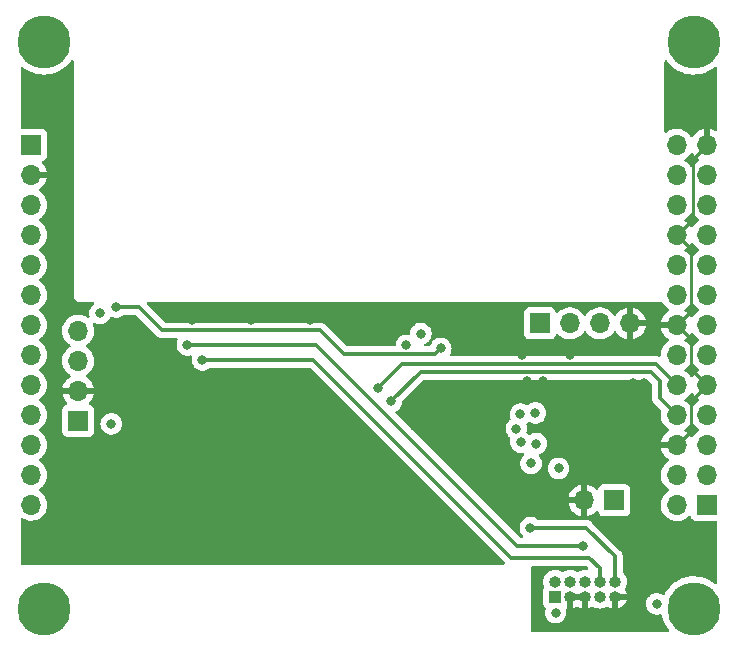
<source format=gbr>
%TF.GenerationSoftware,KiCad,Pcbnew,6.0.0-d3dd2cf0fa~116~ubuntu20.04.1*%
%TF.CreationDate,2022-01-05T21:30:44+00:00*%
%TF.ProjectId,opizero2_cc2652p,6f70697a-6572-46f3-925f-636332363532,rev?*%
%TF.SameCoordinates,Original*%
%TF.FileFunction,Copper,L4,Bot*%
%TF.FilePolarity,Positive*%
%FSLAX46Y46*%
G04 Gerber Fmt 4.6, Leading zero omitted, Abs format (unit mm)*
G04 Created by KiCad (PCBNEW 6.0.0-d3dd2cf0fa~116~ubuntu20.04.1) date 2022-01-05 21:30:44*
%MOMM*%
%LPD*%
G01*
G04 APERTURE LIST*
%TA.AperFunction,ComponentPad*%
%ADD10R,1.700000X1.700000*%
%TD*%
%TA.AperFunction,ComponentPad*%
%ADD11O,1.700000X1.700000*%
%TD*%
%TA.AperFunction,ComponentPad*%
%ADD12R,1.000000X1.000000*%
%TD*%
%TA.AperFunction,ComponentPad*%
%ADD13O,1.000000X1.000000*%
%TD*%
%TA.AperFunction,ComponentPad*%
%ADD14C,4.500000*%
%TD*%
%TA.AperFunction,ViaPad*%
%ADD15C,0.800000*%
%TD*%
%TA.AperFunction,Conductor*%
%ADD16C,0.300000*%
%TD*%
%TA.AperFunction,Conductor*%
%ADD17C,0.250000*%
%TD*%
G04 APERTURE END LIST*
D10*
%TO.P,J4,1,Pin_1*%
%TO.N,Net-(D2-Pad1)*%
X170775000Y-101300000D03*
D11*
%TO.P,J4,2,Pin_2*%
%TO.N,GND*%
X168235000Y-101300000D03*
%TD*%
D10*
%TO.P,J5,1,Pin_1*%
%TO.N,+3V3*%
X125380000Y-94570000D03*
D11*
%TO.P,J5,2,Pin_2*%
%TO.N,GND*%
X125380000Y-92030000D03*
%TO.P,J5,3,Pin_3*%
%TO.N,/SCL*%
X125380000Y-89490000D03*
%TO.P,J5,4,Pin_4*%
%TO.N,/SDA*%
X125380000Y-86950000D03*
%TD*%
D10*
%TO.P,J3,1,Pin_1*%
%TO.N,+3V3*%
X164475000Y-86325000D03*
D11*
%TO.P,J3,2,Pin_2*%
%TO.N,/UART_RX*%
X167015000Y-86325000D03*
%TO.P,J3,3,Pin_3*%
%TO.N,/UART_TX*%
X169555000Y-86325000D03*
%TO.P,J3,4,Pin_4*%
%TO.N,GND*%
X172095000Y-86325000D03*
%TD*%
D12*
%TO.P,J6,1,Pin_1*%
%TO.N,+3V3*%
X165760000Y-109465000D03*
D13*
%TO.P,J6,2,Pin_2*%
%TO.N,XDS_TMS*%
X165760000Y-108195000D03*
%TO.P,J6,3,Pin_3*%
%TO.N,GND*%
X167030000Y-109465000D03*
%TO.P,J6,4,Pin_4*%
%TO.N,XDS_TCK*%
X167030000Y-108195000D03*
%TO.P,J6,5,Pin_5*%
%TO.N,GND*%
X168300000Y-109465000D03*
%TO.P,J6,6,Pin_6*%
%TO.N,XDS_TDO*%
X168300000Y-108195000D03*
%TO.P,J6,7,Pin_7*%
%TO.N,unconnected-(J6-Pad7)*%
X169570000Y-109465000D03*
%TO.P,J6,8,Pin_8*%
%TO.N,XDS_TDI*%
X169570000Y-108195000D03*
%TO.P,J6,9,Pin_9*%
%TO.N,GND*%
X170840000Y-109465000D03*
%TO.P,J6,10,Pin_10*%
%TO.N,{slash}RESET*%
X170840000Y-108195000D03*
%TD*%
D10*
%TO.P,J2,1,Pin_1*%
%TO.N,+5VP*%
X121400000Y-71200000D03*
D11*
%TO.P,J2,2,Pin_2*%
%TO.N,GND*%
X121400000Y-73740000D03*
%TO.P,J2,3,Pin_3*%
%TO.N,/USB2_D-*%
X121400000Y-76280000D03*
%TO.P,J2,4,Pin_4*%
%TO.N,/USB2_D+*%
X121400000Y-78820000D03*
%TO.P,J2,5,Pin_5*%
%TO.N,/USB3_D-*%
X121400000Y-81360000D03*
%TO.P,J2,6,Pin_6*%
%TO.N,/USB3_D+*%
X121400000Y-83900000D03*
%TO.P,J2,7,Pin_7*%
%TO.N,/LINEOUT_R*%
X121400000Y-86440000D03*
%TO.P,J2,8,Pin_8*%
%TO.N,/LINEOUT_L*%
X121400000Y-88980000D03*
%TO.P,J2,9,Pin_9*%
%TO.N,/TV_OUT*%
X121400000Y-91520000D03*
%TO.P,J2,10,Pin_10*%
%TO.N,/PC1*%
X121400000Y-94060000D03*
%TO.P,J2,11,Pin_11*%
%TO.N,/PI16*%
X121400000Y-96600000D03*
%TO.P,J2,12,Pin_12*%
%TO.N,/PI6*%
X121400000Y-99140000D03*
%TO.P,J2,13,Pin_13*%
%TO.N,/IR_RX*%
X121400000Y-101680000D03*
%TD*%
%TO.P,J1,26,Pin_26*%
%TO.N,/PC10*%
X176060000Y-71220000D03*
%TO.P,J1,25,Pin_25*%
%TO.N,GND*%
X178600000Y-71220000D03*
%TO.P,J1,24,Pin_24*%
%TO.N,/SPI_CS*%
X176060000Y-73760000D03*
%TO.P,J1,23,Pin_23*%
%TO.N,/SPI_CLK*%
X178600000Y-73760000D03*
%TO.P,J1,22,Pin_22*%
%TO.N,/PC7*%
X176060000Y-76300000D03*
%TO.P,J1,21,Pin_21*%
%TO.N,/SPI_MISO*%
X178600000Y-76300000D03*
%TO.P,J1,20,Pin_20*%
%TO.N,GND*%
X176060000Y-78840000D03*
%TO.P,J1,19,Pin_19*%
%TO.N,/SPI_MOSI*%
X178600000Y-78840000D03*
%TO.P,J1,18,Pin_18*%
%TO.N,/PC14*%
X176060000Y-81380000D03*
%TO.P,J1,17,Pin_17*%
%TO.N,+3.3VP*%
X178600000Y-81380000D03*
%TO.P,J1,16,Pin_16*%
%TO.N,/PC15*%
X176060000Y-83920000D03*
%TO.P,J1,15,Pin_15*%
%TO.N,/PC8*%
X178600000Y-83920000D03*
%TO.P,J1,14,Pin_14*%
%TO.N,GND*%
X176060000Y-86460000D03*
%TO.P,J1,13,Pin_13*%
%TO.N,/PC5*%
X178600000Y-86460000D03*
%TO.P,J1,12,Pin_12*%
%TO.N,/PC11*%
X176060000Y-89000000D03*
%TO.P,J1,11,Pin_11*%
%TO.N,/PC6*%
X178600000Y-89000000D03*
%TO.P,J1,10,Pin_10*%
%TO.N,/UART_RX*%
X176060000Y-91540000D03*
%TO.P,J1,9,Pin_9*%
%TO.N,GND*%
X178600000Y-91540000D03*
%TO.P,J1,8,Pin_8*%
%TO.N,/UART_TX*%
X176060000Y-94080000D03*
%TO.P,J1,7,Pin_7*%
%TO.N,/PC9*%
X178600000Y-94080000D03*
%TO.P,J1,6,Pin_6*%
%TO.N,GND*%
X176060000Y-96620000D03*
%TO.P,J1,5,Pin_5*%
%TO.N,/opSCL*%
X178600000Y-96620000D03*
%TO.P,J1,4,Pin_4*%
%TO.N,+5V*%
X176060000Y-99160000D03*
%TO.P,J1,3,Pin_3*%
%TO.N,/opSDA*%
X178600000Y-99160000D03*
%TO.P,J1,2,Pin_2*%
%TO.N,+5V*%
X176060000Y-101700000D03*
D10*
%TO.P,J1,1,Pin_1*%
%TO.N,+3.3VP*%
X178600000Y-101700000D03*
%TD*%
D14*
%TO.P,H4,1*%
%TO.N,N/C*%
X122500000Y-110500000D03*
%TD*%
%TO.P,H3,1*%
%TO.N,N/C*%
X177500000Y-110500000D03*
%TD*%
%TO.P,H2,1*%
%TO.N,N/C*%
X177500000Y-62500000D03*
%TD*%
%TO.P,H1,1*%
%TO.N,N/C*%
X122500000Y-62500000D03*
%TD*%
D15*
%TO.N,+3V3*%
X127230000Y-85470000D03*
X128180000Y-94830000D03*
%TO.N,GND*%
X158730000Y-86390000D03*
%TO.N,/BSL*%
X128610000Y-84930000D03*
X156080000Y-88430000D03*
%TO.N,GND*%
X164700000Y-91200000D03*
X123800000Y-92010000D03*
X124000000Y-79000000D03*
X124000000Y-75000000D03*
X124000000Y-73000000D03*
X121000000Y-68000000D03*
X124000000Y-68000000D03*
X124000000Y-66000000D03*
X121000000Y-66000000D03*
X163000000Y-89000000D03*
X167000000Y-89000000D03*
X156000000Y-92280000D03*
X158000000Y-92280000D03*
X152000000Y-100000000D03*
X152000000Y-103000000D03*
X157000000Y-103000000D03*
X157000000Y-106000000D03*
X152000000Y-106000000D03*
X126000000Y-100000000D03*
X126000000Y-103000000D03*
X126000000Y-106000000D03*
X145000000Y-86000000D03*
X140000000Y-86000000D03*
X135000000Y-86000000D03*
X145000000Y-100000000D03*
X145000000Y-96000000D03*
X145000000Y-92000000D03*
X140000000Y-92000000D03*
X140000000Y-96000000D03*
X140000000Y-100000000D03*
X135000000Y-92000000D03*
X135000000Y-96000000D03*
X135000000Y-100000000D03*
X135210000Y-104000000D03*
X138000000Y-104000000D03*
X141000000Y-104000000D03*
X144000000Y-104000000D03*
X147000000Y-104000000D03*
X147000000Y-106000000D03*
X144000000Y-106000000D03*
X141000000Y-106000000D03*
X138000000Y-106000000D03*
X133560000Y-106120000D03*
X135210000Y-106000000D03*
X132450000Y-105000000D03*
X131330000Y-105010000D03*
X130220000Y-105030000D03*
X129240000Y-106140000D03*
X163380000Y-91200000D03*
X162280000Y-92280000D03*
X166060000Y-92050000D03*
X167410000Y-92050000D03*
X168830000Y-92060000D03*
X171590000Y-99230000D03*
X172070000Y-94150000D03*
X173010000Y-94150000D03*
X173950000Y-94140000D03*
X173310000Y-91390000D03*
X172370000Y-91400000D03*
X171260000Y-92060000D03*
X170210000Y-92100000D03*
X173080000Y-111830000D03*
%TO.N,+3V3*%
X174370000Y-110070000D03*
X154390000Y-87190000D03*
X153160000Y-88190000D03*
X163725000Y-98175000D03*
X166050000Y-98600000D03*
%TO.N,GND*%
X154400000Y-85300000D03*
%TO.N,{slash}RESET*%
X163659970Y-103625000D03*
%TO.N,+3V3*%
X165800000Y-110825000D03*
X162825000Y-94000000D03*
X162850000Y-96375000D03*
X164100000Y-93900000D03*
X164175000Y-96500000D03*
X162475000Y-95225000D03*
%TO.N,/UART_TX*%
X151900000Y-92925000D03*
%TO.N,/UART_RX*%
X150750000Y-91825000D03*
%TO.N,XDS_TDO*%
X168148000Y-105156000D03*
%TO.N,XDS_TDI*%
X135890000Y-89408000D03*
%TO.N,XDS_TDO*%
X134620000Y-88138000D03*
%TD*%
D16*
%TO.N,/BSL*%
X156080000Y-88430000D02*
X155570489Y-88939511D01*
X147869511Y-88939511D02*
X145850000Y-86920000D01*
X155570489Y-88939511D02*
X147869511Y-88939511D01*
X145850000Y-86920000D02*
X132490000Y-86920000D01*
X130500000Y-84930000D02*
X128610000Y-84930000D01*
X132490000Y-86920000D02*
X130500000Y-84930000D01*
%TO.N,/UART_TX*%
X151900000Y-92925000D02*
X154375000Y-90450000D01*
X154375000Y-90450000D02*
X173860000Y-90450000D01*
X173860000Y-90450000D02*
X174600000Y-91190000D01*
X174600000Y-91190000D02*
X174600000Y-92620000D01*
X174600000Y-92620000D02*
X176060000Y-94080000D01*
%TO.N,{slash}RESET*%
X170830000Y-106060000D02*
X170830000Y-108250000D01*
D17*
%TO.N,GND*%
X176060000Y-78840000D02*
X177425489Y-77474511D01*
X177425489Y-77474511D02*
X177425489Y-72394511D01*
X177425489Y-72394511D02*
X178600000Y-71220000D01*
D16*
%TO.N,{slash}RESET*%
X168402000Y-103632000D02*
X163666970Y-103632000D01*
X163666970Y-103632000D02*
X163659970Y-103625000D01*
%TO.N,XDS_TDI*%
X169560000Y-108250000D02*
X169560000Y-107076000D01*
X169560000Y-107076000D02*
X168656000Y-106172000D01*
X168656000Y-106172000D02*
X162052000Y-106172000D01*
X162052000Y-106172000D02*
X145288000Y-89408000D01*
X145288000Y-89408000D02*
X135890000Y-89408000D01*
%TO.N,XDS_TDO*%
X134620000Y-88138000D02*
X145542000Y-88138000D01*
X145542000Y-88138000D02*
X162560000Y-105156000D01*
X162560000Y-105156000D02*
X168148000Y-105156000D01*
%TO.N,/UART_RX*%
X150750000Y-91825000D02*
X152825000Y-89750000D01*
X152825000Y-89750000D02*
X174270000Y-89750000D01*
X174270000Y-89750000D02*
X176060000Y-91540000D01*
%TO.N,{slash}RESET*%
X168402000Y-103632000D02*
X170830000Y-106060000D01*
D17*
%TO.N,GND*%
X176060000Y-86460000D02*
X177235001Y-85284999D01*
X177235001Y-80015001D02*
X176060000Y-78840000D01*
X177235001Y-85284999D02*
X177235001Y-80015001D01*
X177250000Y-90190000D02*
X177250000Y-87650000D01*
X177250000Y-87650000D02*
X176060000Y-86460000D01*
X178600000Y-91540000D02*
X177250000Y-90190000D01*
X176060000Y-96620000D02*
X177235001Y-95444999D01*
X177235001Y-95444999D02*
X177235001Y-92904999D01*
X177235001Y-92904999D02*
X178600000Y-91540000D01*
%TD*%
%TA.AperFunction,Conductor*%
%TO.N,GND*%
G36*
X173603171Y-91128502D02*
G01*
X173624145Y-91145405D01*
X173904595Y-91425855D01*
X173938621Y-91488167D01*
X173941500Y-91514950D01*
X173941500Y-92537944D01*
X173940941Y-92549800D01*
X173939212Y-92557537D01*
X173939461Y-92565459D01*
X173941438Y-92628369D01*
X173941500Y-92632327D01*
X173941500Y-92661432D01*
X173942056Y-92665832D01*
X173942988Y-92677664D01*
X173944438Y-92723831D01*
X173946650Y-92731444D01*
X173946650Y-92731445D01*
X173950419Y-92744416D01*
X173954430Y-92763782D01*
X173957118Y-92785064D01*
X173960034Y-92792429D01*
X173960035Y-92792433D01*
X173974126Y-92828021D01*
X173977965Y-92839231D01*
X173990855Y-92883600D01*
X174001775Y-92902065D01*
X174010466Y-92919805D01*
X174018365Y-92939756D01*
X174045516Y-92977126D01*
X174052033Y-92987048D01*
X174071507Y-93019977D01*
X174071510Y-93019981D01*
X174075547Y-93026807D01*
X174090711Y-93041971D01*
X174103551Y-93057004D01*
X174116159Y-93074357D01*
X174138540Y-93092872D01*
X174151752Y-93103802D01*
X174160532Y-93111792D01*
X174702101Y-93653361D01*
X174736127Y-93715673D01*
X174734424Y-93776125D01*
X174720989Y-93824570D01*
X174697251Y-94046695D01*
X174697548Y-94051848D01*
X174697548Y-94051851D01*
X174709812Y-94264547D01*
X174710110Y-94269715D01*
X174711247Y-94274761D01*
X174711248Y-94274767D01*
X174733061Y-94371556D01*
X174759222Y-94487639D01*
X174818569Y-94633794D01*
X174836871Y-94678866D01*
X174843266Y-94694616D01*
X174881763Y-94757438D01*
X174957291Y-94880688D01*
X174959987Y-94885088D01*
X175106250Y-95053938D01*
X175278126Y-95196632D01*
X175315438Y-95218435D01*
X175351955Y-95239774D01*
X175400679Y-95291412D01*
X175413750Y-95361195D01*
X175387019Y-95426967D01*
X175346562Y-95460327D01*
X175338457Y-95464546D01*
X175329738Y-95470036D01*
X175159433Y-95597905D01*
X175151726Y-95604748D01*
X175004590Y-95758717D01*
X174998104Y-95766727D01*
X174878098Y-95942649D01*
X174873000Y-95951623D01*
X174783338Y-96144783D01*
X174779775Y-96154470D01*
X174724389Y-96354183D01*
X174725912Y-96362607D01*
X174738292Y-96366000D01*
X176188000Y-96366000D01*
X176256121Y-96386002D01*
X176302614Y-96439658D01*
X176314000Y-96492000D01*
X176314000Y-96748000D01*
X176293998Y-96816121D01*
X176240342Y-96862614D01*
X176188000Y-96874000D01*
X174743225Y-96874000D01*
X174729694Y-96877973D01*
X174728257Y-96887966D01*
X174758565Y-97022446D01*
X174761645Y-97032275D01*
X174841770Y-97229603D01*
X174846413Y-97238794D01*
X174957694Y-97420388D01*
X174963777Y-97428699D01*
X175103213Y-97589667D01*
X175110580Y-97596883D01*
X175274434Y-97732916D01*
X175282881Y-97738831D01*
X175351969Y-97779203D01*
X175400693Y-97830842D01*
X175413764Y-97900625D01*
X175387033Y-97966396D01*
X175346584Y-97999752D01*
X175333607Y-98006507D01*
X175329474Y-98009610D01*
X175329471Y-98009612D01*
X175164733Y-98133301D01*
X175154965Y-98140635D01*
X175000629Y-98302138D01*
X174997720Y-98306403D01*
X174997714Y-98306411D01*
X174953514Y-98371206D01*
X174874743Y-98486680D01*
X174780688Y-98689305D01*
X174720989Y-98904570D01*
X174697251Y-99126695D01*
X174697548Y-99131848D01*
X174697548Y-99131851D01*
X174702049Y-99209908D01*
X174710110Y-99349715D01*
X174711247Y-99354761D01*
X174711248Y-99354767D01*
X174735304Y-99461508D01*
X174759222Y-99567639D01*
X174843266Y-99774616D01*
X174881763Y-99837438D01*
X174957291Y-99960688D01*
X174959987Y-99965088D01*
X175106250Y-100133938D01*
X175278126Y-100276632D01*
X175292015Y-100284748D01*
X175351445Y-100319476D01*
X175400169Y-100371114D01*
X175413240Y-100440897D01*
X175386509Y-100506669D01*
X175346055Y-100540027D01*
X175333607Y-100546507D01*
X175329474Y-100549610D01*
X175329471Y-100549612D01*
X175159100Y-100677530D01*
X175154965Y-100680635D01*
X175115525Y-100721907D01*
X175061280Y-100778671D01*
X175000629Y-100842138D01*
X174874743Y-101026680D01*
X174780688Y-101229305D01*
X174720989Y-101444570D01*
X174697251Y-101666695D01*
X174697548Y-101671848D01*
X174697548Y-101671851D01*
X174702049Y-101749908D01*
X174710110Y-101889715D01*
X174711247Y-101894761D01*
X174711248Y-101894767D01*
X174735304Y-102001508D01*
X174759222Y-102107639D01*
X174843266Y-102314616D01*
X174845965Y-102319020D01*
X174940164Y-102472739D01*
X174959987Y-102505088D01*
X175106250Y-102673938D01*
X175278126Y-102816632D01*
X175471000Y-102929338D01*
X175475825Y-102931180D01*
X175475826Y-102931181D01*
X175534269Y-102953498D01*
X175679692Y-103009030D01*
X175684760Y-103010061D01*
X175684763Y-103010062D01*
X175792017Y-103031883D01*
X175898597Y-103053567D01*
X175903772Y-103053757D01*
X175903774Y-103053757D01*
X176116673Y-103061564D01*
X176116677Y-103061564D01*
X176121837Y-103061753D01*
X176126957Y-103061097D01*
X176126959Y-103061097D01*
X176338288Y-103034025D01*
X176338289Y-103034025D01*
X176343416Y-103033368D01*
X176348366Y-103031883D01*
X176552429Y-102970661D01*
X176552434Y-102970659D01*
X176557384Y-102969174D01*
X176757994Y-102870896D01*
X176939860Y-102741173D01*
X177048091Y-102633319D01*
X177110462Y-102599404D01*
X177181268Y-102604592D01*
X177238030Y-102647238D01*
X177255012Y-102678341D01*
X177299385Y-102796705D01*
X177386739Y-102913261D01*
X177503295Y-103000615D01*
X177639684Y-103051745D01*
X177701866Y-103058500D01*
X179366000Y-103058500D01*
X179434121Y-103078502D01*
X179480614Y-103132158D01*
X179492000Y-103184500D01*
X179492000Y-108297953D01*
X179471998Y-108366074D01*
X179418342Y-108412567D01*
X179348068Y-108422671D01*
X179287994Y-108396903D01*
X179080172Y-108233070D01*
X179077191Y-108230720D01*
X178793144Y-108057677D01*
X178662259Y-107998167D01*
X178493817Y-107921580D01*
X178493809Y-107921577D01*
X178490365Y-107920011D01*
X178173240Y-107819718D01*
X177950896Y-107777906D01*
X177850087Y-107758949D01*
X177850085Y-107758949D01*
X177846364Y-107758249D01*
X177514470Y-107736496D01*
X177510690Y-107736704D01*
X177510689Y-107736704D01*
X177412918Y-107742085D01*
X177182366Y-107754773D01*
X177178639Y-107755434D01*
X177178635Y-107755434D01*
X176950944Y-107795787D01*
X176854864Y-107812815D01*
X176851239Y-107813920D01*
X176851234Y-107813921D01*
X176643683Y-107877178D01*
X176536707Y-107909782D01*
X176533243Y-107911313D01*
X176533236Y-107911316D01*
X176368137Y-107984306D01*
X176232503Y-108044269D01*
X176229249Y-108046205D01*
X176229243Y-108046208D01*
X175973225Y-108198523D01*
X175946659Y-108214328D01*
X175943658Y-108216643D01*
X175943654Y-108216646D01*
X175935036Y-108223295D01*
X175683316Y-108417496D01*
X175446288Y-108650829D01*
X175239009Y-108910949D01*
X175064481Y-109194086D01*
X175062895Y-109197527D01*
X175039828Y-109247563D01*
X174993144Y-109301052D01*
X174924952Y-109320810D01*
X174851341Y-109296747D01*
X174832094Y-109282763D01*
X174832093Y-109282762D01*
X174826752Y-109278882D01*
X174820724Y-109276198D01*
X174820722Y-109276197D01*
X174658319Y-109203891D01*
X174658318Y-109203891D01*
X174652288Y-109201206D01*
X174558888Y-109181353D01*
X174471944Y-109162872D01*
X174471939Y-109162872D01*
X174465487Y-109161500D01*
X174274513Y-109161500D01*
X174268061Y-109162872D01*
X174268056Y-109162872D01*
X174181113Y-109181353D01*
X174087712Y-109201206D01*
X174081682Y-109203891D01*
X174081681Y-109203891D01*
X173919278Y-109276197D01*
X173919276Y-109276198D01*
X173913248Y-109278882D01*
X173758747Y-109391134D01*
X173754326Y-109396044D01*
X173754325Y-109396045D01*
X173704978Y-109450851D01*
X173630960Y-109533056D01*
X173535473Y-109698444D01*
X173476458Y-109880072D01*
X173456496Y-110070000D01*
X173457186Y-110076565D01*
X173471390Y-110211705D01*
X173476458Y-110259928D01*
X173535473Y-110441556D01*
X173538776Y-110447278D01*
X173538777Y-110447279D01*
X173550645Y-110467834D01*
X173630960Y-110606944D01*
X173635378Y-110611851D01*
X173635379Y-110611852D01*
X173662196Y-110641635D01*
X173758747Y-110748866D01*
X173913248Y-110861118D01*
X173919276Y-110863802D01*
X173919278Y-110863803D01*
X173972386Y-110887448D01*
X174087712Y-110938794D01*
X174181112Y-110958647D01*
X174268056Y-110977128D01*
X174268061Y-110977128D01*
X174274513Y-110978500D01*
X174465487Y-110978500D01*
X174471939Y-110977128D01*
X174471944Y-110977128D01*
X174643878Y-110940582D01*
X174714669Y-110945984D01*
X174771302Y-110988801D01*
X174794255Y-111042490D01*
X174809474Y-111131057D01*
X174810562Y-111134696D01*
X174810563Y-111134699D01*
X174879992Y-111366852D01*
X174904774Y-111449718D01*
X174906287Y-111453189D01*
X174906289Y-111453195D01*
X174975608Y-111612237D01*
X175037666Y-111754622D01*
X175206226Y-112041352D01*
X175208527Y-112044367D01*
X175395651Y-112289558D01*
X175421078Y-112355845D01*
X175406631Y-112425356D01*
X175356897Y-112476022D01*
X175295488Y-112492000D01*
X163876000Y-112492000D01*
X163807879Y-112471998D01*
X163761386Y-112418342D01*
X163750000Y-112366000D01*
X163750000Y-106956500D01*
X163770002Y-106888379D01*
X163823658Y-106841886D01*
X163876000Y-106830500D01*
X168331050Y-106830500D01*
X168399171Y-106850502D01*
X168420145Y-106867405D01*
X168532974Y-106980234D01*
X168567000Y-107042546D01*
X168561935Y-107113361D01*
X168519388Y-107170197D01*
X168452868Y-107195008D01*
X168430709Y-107194639D01*
X168313204Y-107182289D01*
X168313202Y-107182289D01*
X168307075Y-107181645D01*
X168224576Y-107189153D01*
X168116251Y-107199011D01*
X168116248Y-107199012D01*
X168110112Y-107199570D01*
X168104206Y-107201308D01*
X168104202Y-107201309D01*
X167999076Y-107232249D01*
X167920381Y-107255410D01*
X167914923Y-107258263D01*
X167914919Y-107258265D01*
X167819135Y-107308340D01*
X167745110Y-107347040D01*
X167740310Y-107350900D01*
X167735153Y-107354274D01*
X167733769Y-107352158D01*
X167678365Y-107375027D01*
X167608512Y-107362334D01*
X167598898Y-107356709D01*
X167596675Y-107354870D01*
X167422701Y-107260802D01*
X167233768Y-107202318D01*
X167227643Y-107201674D01*
X167227642Y-107201674D01*
X167043204Y-107182289D01*
X167043202Y-107182289D01*
X167037075Y-107181645D01*
X166954576Y-107189153D01*
X166846251Y-107199011D01*
X166846248Y-107199012D01*
X166840112Y-107199570D01*
X166834206Y-107201308D01*
X166834202Y-107201309D01*
X166729076Y-107232249D01*
X166650381Y-107255410D01*
X166644923Y-107258263D01*
X166644919Y-107258265D01*
X166549135Y-107308340D01*
X166475110Y-107347040D01*
X166470310Y-107350900D01*
X166465153Y-107354274D01*
X166463769Y-107352158D01*
X166408365Y-107375027D01*
X166338512Y-107362334D01*
X166328898Y-107356709D01*
X166326675Y-107354870D01*
X166152701Y-107260802D01*
X165963768Y-107202318D01*
X165957643Y-107201674D01*
X165957642Y-107201674D01*
X165773204Y-107182289D01*
X165773202Y-107182289D01*
X165767075Y-107181645D01*
X165684576Y-107189153D01*
X165576251Y-107199011D01*
X165576248Y-107199012D01*
X165570112Y-107199570D01*
X165564206Y-107201308D01*
X165564202Y-107201309D01*
X165459076Y-107232249D01*
X165380381Y-107255410D01*
X165374923Y-107258263D01*
X165374919Y-107258265D01*
X165284147Y-107305720D01*
X165205110Y-107347040D01*
X165050975Y-107470968D01*
X164923846Y-107622474D01*
X164920879Y-107627872D01*
X164920875Y-107627877D01*
X164848819Y-107758949D01*
X164828567Y-107795787D01*
X164826706Y-107801654D01*
X164826705Y-107801656D01*
X164789161Y-107920011D01*
X164768765Y-107984306D01*
X164746719Y-108180851D01*
X164763268Y-108377934D01*
X164817783Y-108568050D01*
X164824150Y-108580438D01*
X164837496Y-108650165D01*
X164817300Y-108702266D01*
X164819079Y-108703240D01*
X164814771Y-108711108D01*
X164809385Y-108718295D01*
X164758255Y-108854684D01*
X164751500Y-108916866D01*
X164751500Y-110013134D01*
X164758255Y-110075316D01*
X164809385Y-110211705D01*
X164896739Y-110328261D01*
X164903920Y-110333643D01*
X164912607Y-110340154D01*
X164955121Y-110397015D01*
X164960144Y-110467834D01*
X164956872Y-110479914D01*
X164906458Y-110635072D01*
X164886496Y-110825000D01*
X164906458Y-111014928D01*
X164965473Y-111196556D01*
X165060960Y-111361944D01*
X165188747Y-111503866D01*
X165343248Y-111616118D01*
X165349276Y-111618802D01*
X165349278Y-111618803D01*
X165511681Y-111691109D01*
X165517712Y-111693794D01*
X165611113Y-111713647D01*
X165698056Y-111732128D01*
X165698061Y-111732128D01*
X165704513Y-111733500D01*
X165895487Y-111733500D01*
X165901939Y-111732128D01*
X165901944Y-111732128D01*
X165988887Y-111713647D01*
X166082288Y-111693794D01*
X166088319Y-111691109D01*
X166250722Y-111618803D01*
X166250724Y-111618802D01*
X166256752Y-111616118D01*
X166411253Y-111503866D01*
X166539040Y-111361944D01*
X166634527Y-111196556D01*
X166693542Y-111014928D01*
X166713504Y-110825000D01*
X166693542Y-110635072D01*
X166683134Y-110603040D01*
X166681106Y-110532073D01*
X166717769Y-110471275D01*
X166744147Y-110458306D01*
X166742967Y-110456349D01*
X166772080Y-110438793D01*
X166776000Y-110430821D01*
X166776000Y-110422564D01*
X167284000Y-110422564D01*
X167287973Y-110436095D01*
X167296188Y-110437276D01*
X167390337Y-110410989D01*
X167401787Y-110406548D01*
X167567224Y-110322980D01*
X167577589Y-110316402D01*
X167586503Y-110309438D01*
X167652497Y-110283261D01*
X167725545Y-110298740D01*
X167889116Y-110390156D01*
X167900356Y-110395067D01*
X168028768Y-110436790D01*
X168042867Y-110437193D01*
X168046000Y-110430821D01*
X168046000Y-109737115D01*
X168041525Y-109721876D01*
X168040135Y-109720671D01*
X168032452Y-109719000D01*
X167302115Y-109719000D01*
X167286876Y-109723475D01*
X167285671Y-109724865D01*
X167284000Y-109732548D01*
X167284000Y-110422564D01*
X166776000Y-110422564D01*
X166776000Y-109337000D01*
X166796002Y-109268879D01*
X166849658Y-109222386D01*
X166902000Y-109211000D01*
X168428000Y-109211000D01*
X168496121Y-109231002D01*
X168542614Y-109284658D01*
X168554000Y-109337000D01*
X168554000Y-110422564D01*
X168557973Y-110436095D01*
X168566188Y-110437276D01*
X168660337Y-110410989D01*
X168671787Y-110406548D01*
X168837226Y-110322979D01*
X168847588Y-110316403D01*
X168856074Y-110309773D01*
X168922068Y-110283595D01*
X168995117Y-110299074D01*
X169164294Y-110393624D01*
X169352392Y-110454740D01*
X169548777Y-110478158D01*
X169554912Y-110477686D01*
X169554914Y-110477686D01*
X169739830Y-110463457D01*
X169739834Y-110463456D01*
X169745972Y-110462984D01*
X169936463Y-110409798D01*
X169941967Y-110407018D01*
X169941969Y-110407017D01*
X170107493Y-110323405D01*
X170107495Y-110323404D01*
X170112996Y-110320625D01*
X170118402Y-110316402D01*
X170126973Y-110309705D01*
X170192967Y-110283525D01*
X170266020Y-110299004D01*
X170429121Y-110390159D01*
X170440356Y-110395067D01*
X170568768Y-110436790D01*
X170582867Y-110437193D01*
X170586000Y-110430821D01*
X170586000Y-110422564D01*
X171094000Y-110422564D01*
X171097973Y-110436095D01*
X171106188Y-110437276D01*
X171200337Y-110410989D01*
X171211787Y-110406548D01*
X171377226Y-110322979D01*
X171387585Y-110316404D01*
X171533639Y-110202295D01*
X171542527Y-110193831D01*
X171663643Y-110053517D01*
X171670711Y-110043497D01*
X171762262Y-109882337D01*
X171767256Y-109871121D01*
X171812142Y-109736190D01*
X171812643Y-109722097D01*
X171806454Y-109719000D01*
X171112115Y-109719000D01*
X171096876Y-109723475D01*
X171095671Y-109724865D01*
X171094000Y-109732548D01*
X171094000Y-110422564D01*
X170586000Y-110422564D01*
X170586000Y-109337000D01*
X170606002Y-109268879D01*
X170659658Y-109222386D01*
X170712000Y-109211000D01*
X171798183Y-109211000D01*
X171811714Y-109207027D01*
X171812806Y-109199433D01*
X171778231Y-109084919D01*
X171773560Y-109073586D01*
X171686537Y-108909918D01*
X171679435Y-108899228D01*
X171658398Y-108831420D01*
X171674827Y-108767264D01*
X171762723Y-108612542D01*
X171762725Y-108612537D01*
X171765769Y-108607179D01*
X171828197Y-108419513D01*
X171852985Y-108223295D01*
X171853380Y-108195000D01*
X171834080Y-107998167D01*
X171776916Y-107808831D01*
X171684066Y-107634204D01*
X171613709Y-107547938D01*
X171562960Y-107485713D01*
X171562957Y-107485710D01*
X171559065Y-107480938D01*
X171534185Y-107460356D01*
X171494447Y-107401524D01*
X171488500Y-107363271D01*
X171488500Y-106142060D01*
X171489059Y-106130203D01*
X171490789Y-106122463D01*
X171488562Y-106051599D01*
X171488500Y-106047641D01*
X171488500Y-106018568D01*
X171487947Y-106014189D01*
X171487014Y-106002346D01*
X171485812Y-105964089D01*
X171485812Y-105964088D01*
X171485563Y-105956169D01*
X171479579Y-105935571D01*
X171475571Y-105916218D01*
X171475132Y-105912743D01*
X171472882Y-105894936D01*
X171455875Y-105851982D01*
X171452029Y-105840747D01*
X171441358Y-105804016D01*
X171441357Y-105804013D01*
X171439145Y-105796400D01*
X171428225Y-105777935D01*
X171419534Y-105760195D01*
X171411635Y-105740244D01*
X171384482Y-105702871D01*
X171377967Y-105692952D01*
X171358493Y-105660023D01*
X171358490Y-105660019D01*
X171354453Y-105653193D01*
X171339289Y-105638029D01*
X171326448Y-105622995D01*
X171318501Y-105612057D01*
X171313841Y-105605643D01*
X171278247Y-105576197D01*
X171269468Y-105568208D01*
X168925655Y-103224395D01*
X168917665Y-103215615D01*
X168917663Y-103215613D01*
X168913416Y-103208920D01*
X168861742Y-103160395D01*
X168858901Y-103157641D01*
X168838333Y-103137073D01*
X168834826Y-103134353D01*
X168825804Y-103126647D01*
X168797913Y-103100456D01*
X168792133Y-103095028D01*
X168785181Y-103091206D01*
X168773342Y-103084697D01*
X168756818Y-103073843D01*
X168746132Y-103065555D01*
X168739868Y-103060696D01*
X168732596Y-103057549D01*
X168732594Y-103057548D01*
X168697465Y-103042346D01*
X168686805Y-103037124D01*
X168653284Y-103018695D01*
X168653282Y-103018694D01*
X168646337Y-103014876D01*
X168625559Y-103009541D01*
X168606869Y-103003142D01*
X168587176Y-102994620D01*
X168541552Y-102987394D01*
X168529929Y-102984987D01*
X168501928Y-102977798D01*
X168485188Y-102973500D01*
X168463741Y-102973500D01*
X168444031Y-102971949D01*
X168430677Y-102969834D01*
X168422848Y-102968594D01*
X168376859Y-102972941D01*
X168365004Y-102973500D01*
X164348951Y-102973500D01*
X164280830Y-102953498D01*
X164271303Y-102946223D01*
X164271223Y-102946134D01*
X164248106Y-102929338D01*
X164122064Y-102837763D01*
X164122063Y-102837762D01*
X164116722Y-102833882D01*
X164110694Y-102831198D01*
X164110692Y-102831197D01*
X163948289Y-102758891D01*
X163948288Y-102758891D01*
X163942258Y-102756206D01*
X163848857Y-102736353D01*
X163761914Y-102717872D01*
X163761909Y-102717872D01*
X163755457Y-102716500D01*
X163564483Y-102716500D01*
X163558031Y-102717872D01*
X163558026Y-102717872D01*
X163471083Y-102736353D01*
X163377682Y-102756206D01*
X163371652Y-102758891D01*
X163371651Y-102758891D01*
X163209248Y-102831197D01*
X163209246Y-102831198D01*
X163203218Y-102833882D01*
X163048717Y-102946134D01*
X163044296Y-102951044D01*
X163044295Y-102951045D01*
X162947875Y-103058131D01*
X162920930Y-103088056D01*
X162825443Y-103253444D01*
X162766428Y-103435072D01*
X162746466Y-103625000D01*
X162766428Y-103814928D01*
X162825443Y-103996556D01*
X162920930Y-104161944D01*
X162925348Y-104166851D01*
X162925349Y-104166852D01*
X163033702Y-104287190D01*
X163064419Y-104351197D01*
X163055655Y-104421651D01*
X163010192Y-104476182D01*
X162940066Y-104497500D01*
X162884949Y-104497500D01*
X162816828Y-104477498D01*
X162795854Y-104460595D01*
X159903225Y-101567966D01*
X166903257Y-101567966D01*
X166933565Y-101702446D01*
X166936645Y-101712275D01*
X167016770Y-101909603D01*
X167021413Y-101918794D01*
X167132694Y-102100388D01*
X167138777Y-102108699D01*
X167278213Y-102269667D01*
X167285580Y-102276883D01*
X167449434Y-102412916D01*
X167457881Y-102418831D01*
X167641756Y-102526279D01*
X167651042Y-102530729D01*
X167850001Y-102606703D01*
X167859899Y-102609579D01*
X167963250Y-102630606D01*
X167977299Y-102629410D01*
X167981000Y-102619065D01*
X167981000Y-102618517D01*
X168489000Y-102618517D01*
X168493064Y-102632359D01*
X168506478Y-102634393D01*
X168513184Y-102633534D01*
X168523262Y-102631392D01*
X168727255Y-102570191D01*
X168736842Y-102566433D01*
X168928095Y-102472739D01*
X168936945Y-102467464D01*
X169110328Y-102343792D01*
X169118193Y-102337145D01*
X169222897Y-102232805D01*
X169285268Y-102198889D01*
X169356075Y-102204077D01*
X169412837Y-102246723D01*
X169429819Y-102277826D01*
X169443611Y-102314616D01*
X169474385Y-102396705D01*
X169561739Y-102513261D01*
X169678295Y-102600615D01*
X169814684Y-102651745D01*
X169876866Y-102658500D01*
X171673134Y-102658500D01*
X171735316Y-102651745D01*
X171871705Y-102600615D01*
X171988261Y-102513261D01*
X172075615Y-102396705D01*
X172126745Y-102260316D01*
X172133500Y-102198134D01*
X172133500Y-100401866D01*
X172126745Y-100339684D01*
X172075615Y-100203295D01*
X171988261Y-100086739D01*
X171871705Y-99999385D01*
X171735316Y-99948255D01*
X171673134Y-99941500D01*
X169876866Y-99941500D01*
X169814684Y-99948255D01*
X169678295Y-99999385D01*
X169561739Y-100086739D01*
X169474385Y-100203295D01*
X169471233Y-100211703D01*
X169471232Y-100211705D01*
X169429722Y-100322433D01*
X169387081Y-100379198D01*
X169320519Y-100403898D01*
X169251170Y-100388691D01*
X169218546Y-100363004D01*
X169167799Y-100307234D01*
X169160273Y-100300215D01*
X168993139Y-100168222D01*
X168984552Y-100162517D01*
X168798117Y-100059599D01*
X168788705Y-100055369D01*
X168587959Y-99984280D01*
X168577988Y-99981646D01*
X168506837Y-99968972D01*
X168493540Y-99970432D01*
X168489000Y-99984989D01*
X168489000Y-102618517D01*
X167981000Y-102618517D01*
X167981000Y-101572115D01*
X167976525Y-101556876D01*
X167975135Y-101555671D01*
X167967452Y-101554000D01*
X166918225Y-101554000D01*
X166904694Y-101557973D01*
X166903257Y-101567966D01*
X159903225Y-101567966D01*
X159369442Y-101034183D01*
X166899389Y-101034183D01*
X166900912Y-101042607D01*
X166913292Y-101046000D01*
X167962885Y-101046000D01*
X167978124Y-101041525D01*
X167979329Y-101040135D01*
X167981000Y-101032452D01*
X167981000Y-99983102D01*
X167977082Y-99969758D01*
X167962806Y-99967771D01*
X167924324Y-99973660D01*
X167914288Y-99976051D01*
X167711868Y-100042212D01*
X167702359Y-100046209D01*
X167513463Y-100144542D01*
X167504738Y-100150036D01*
X167334433Y-100277905D01*
X167326726Y-100284748D01*
X167179590Y-100438717D01*
X167173104Y-100446727D01*
X167053098Y-100622649D01*
X167048000Y-100631623D01*
X166958338Y-100824783D01*
X166954775Y-100834470D01*
X166899389Y-101034183D01*
X159369442Y-101034183D01*
X153560259Y-95225000D01*
X161561496Y-95225000D01*
X161562186Y-95231565D01*
X161577434Y-95376638D01*
X161581458Y-95414928D01*
X161640473Y-95596556D01*
X161643776Y-95602278D01*
X161643777Y-95602279D01*
X161654654Y-95621118D01*
X161735960Y-95761944D01*
X161740378Y-95766851D01*
X161740379Y-95766852D01*
X161789255Y-95821134D01*
X161863747Y-95903866D01*
X161929479Y-95951623D01*
X161938611Y-95958258D01*
X161981964Y-96014481D01*
X161988039Y-96085217D01*
X161984382Y-96099130D01*
X161972815Y-96134729D01*
X161956458Y-96185072D01*
X161936496Y-96375000D01*
X161956458Y-96564928D01*
X162015473Y-96746556D01*
X162110960Y-96911944D01*
X162115378Y-96916851D01*
X162115379Y-96916852D01*
X162234325Y-97048955D01*
X162238747Y-97053866D01*
X162393248Y-97166118D01*
X162399276Y-97168802D01*
X162399278Y-97168803D01*
X162561681Y-97241109D01*
X162567712Y-97243794D01*
X162661113Y-97263647D01*
X162748056Y-97282128D01*
X162748061Y-97282128D01*
X162754513Y-97283500D01*
X162945487Y-97283500D01*
X162951939Y-97282128D01*
X162951944Y-97282128D01*
X163017196Y-97268258D01*
X163087987Y-97273660D01*
X163144620Y-97316477D01*
X163169113Y-97383115D01*
X163153692Y-97452416D01*
X163123195Y-97486941D01*
X163123998Y-97487833D01*
X163119091Y-97492251D01*
X163113747Y-97496134D01*
X163109326Y-97501044D01*
X163109325Y-97501045D01*
X163029530Y-97589667D01*
X162985960Y-97638056D01*
X162955104Y-97691500D01*
X162897718Y-97790896D01*
X162890473Y-97803444D01*
X162831458Y-97985072D01*
X162830768Y-97991633D01*
X162830768Y-97991635D01*
X162815879Y-98133301D01*
X162811496Y-98175000D01*
X162812186Y-98181565D01*
X162824859Y-98302138D01*
X162831458Y-98364928D01*
X162890473Y-98546556D01*
X162985960Y-98711944D01*
X163113747Y-98853866D01*
X163268248Y-98966118D01*
X163274276Y-98968802D01*
X163274278Y-98968803D01*
X163293316Y-98977279D01*
X163442712Y-99043794D01*
X163536113Y-99063647D01*
X163623056Y-99082128D01*
X163623061Y-99082128D01*
X163629513Y-99083500D01*
X163820487Y-99083500D01*
X163826939Y-99082128D01*
X163826944Y-99082128D01*
X163913888Y-99063647D01*
X164007288Y-99043794D01*
X164156684Y-98977279D01*
X164175722Y-98968803D01*
X164175724Y-98968802D01*
X164181752Y-98966118D01*
X164336253Y-98853866D01*
X164464040Y-98711944D01*
X164528671Y-98600000D01*
X165136496Y-98600000D01*
X165156458Y-98789928D01*
X165215473Y-98971556D01*
X165310960Y-99136944D01*
X165438747Y-99278866D01*
X165593248Y-99391118D01*
X165599276Y-99393802D01*
X165599278Y-99393803D01*
X165761681Y-99466109D01*
X165767712Y-99468794D01*
X165861112Y-99488647D01*
X165948056Y-99507128D01*
X165948061Y-99507128D01*
X165954513Y-99508500D01*
X166145487Y-99508500D01*
X166151939Y-99507128D01*
X166151944Y-99507128D01*
X166238888Y-99488647D01*
X166332288Y-99468794D01*
X166338319Y-99466109D01*
X166500722Y-99393803D01*
X166500724Y-99393802D01*
X166506752Y-99391118D01*
X166661253Y-99278866D01*
X166789040Y-99136944D01*
X166884527Y-98971556D01*
X166943542Y-98789928D01*
X166963504Y-98600000D01*
X166953056Y-98500590D01*
X166944232Y-98416635D01*
X166944232Y-98416633D01*
X166943542Y-98410072D01*
X166884527Y-98228444D01*
X166789040Y-98063056D01*
X166757296Y-98027800D01*
X166665675Y-97926045D01*
X166665674Y-97926044D01*
X166661253Y-97921134D01*
X166506752Y-97808882D01*
X166500724Y-97806198D01*
X166500722Y-97806197D01*
X166338319Y-97733891D01*
X166338318Y-97733891D01*
X166332288Y-97731206D01*
X166238887Y-97711353D01*
X166151944Y-97692872D01*
X166151939Y-97692872D01*
X166145487Y-97691500D01*
X165954513Y-97691500D01*
X165948061Y-97692872D01*
X165948056Y-97692872D01*
X165861113Y-97711353D01*
X165767712Y-97731206D01*
X165761682Y-97733891D01*
X165761681Y-97733891D01*
X165599278Y-97806197D01*
X165599276Y-97806198D01*
X165593248Y-97808882D01*
X165438747Y-97921134D01*
X165434326Y-97926044D01*
X165434325Y-97926045D01*
X165342705Y-98027800D01*
X165310960Y-98063056D01*
X165215473Y-98228444D01*
X165156458Y-98410072D01*
X165155768Y-98416633D01*
X165155768Y-98416635D01*
X165146944Y-98500590D01*
X165136496Y-98600000D01*
X164528671Y-98600000D01*
X164559527Y-98546556D01*
X164618542Y-98364928D01*
X164625142Y-98302138D01*
X164637814Y-98181565D01*
X164638504Y-98175000D01*
X164634121Y-98133301D01*
X164619232Y-97991635D01*
X164619232Y-97991633D01*
X164618542Y-97985072D01*
X164559527Y-97803444D01*
X164552283Y-97790896D01*
X164494896Y-97691500D01*
X164464040Y-97638056D01*
X164404262Y-97571666D01*
X164373546Y-97507660D01*
X164382310Y-97437206D01*
X164427772Y-97382675D01*
X164455619Y-97369149D01*
X164457288Y-97368794D01*
X164463318Y-97366109D01*
X164463322Y-97366108D01*
X164625722Y-97293803D01*
X164625724Y-97293802D01*
X164631752Y-97291118D01*
X164786253Y-97178866D01*
X164895307Y-97057749D01*
X164909621Y-97041852D01*
X164909622Y-97041851D01*
X164914040Y-97036944D01*
X165009527Y-96871556D01*
X165068542Y-96689928D01*
X165088504Y-96500000D01*
X165082162Y-96439658D01*
X165069232Y-96316635D01*
X165069232Y-96316633D01*
X165068542Y-96310072D01*
X165009527Y-96128444D01*
X164914040Y-95963056D01*
X164895666Y-95942649D01*
X164790675Y-95826045D01*
X164790674Y-95826044D01*
X164786253Y-95821134D01*
X164631752Y-95708882D01*
X164625724Y-95706198D01*
X164625722Y-95706197D01*
X164463319Y-95633891D01*
X164463318Y-95633891D01*
X164457288Y-95631206D01*
X164332814Y-95604748D01*
X164276944Y-95592872D01*
X164276939Y-95592872D01*
X164270487Y-95591500D01*
X164079513Y-95591500D01*
X164073061Y-95592872D01*
X164073056Y-95592872D01*
X164017186Y-95604748D01*
X163892712Y-95631206D01*
X163886682Y-95633891D01*
X163886681Y-95633891D01*
X163724278Y-95706197D01*
X163724276Y-95706198D01*
X163718248Y-95708882D01*
X163712907Y-95712762D01*
X163712906Y-95712763D01*
X163661610Y-95750032D01*
X163594742Y-95773891D01*
X163525591Y-95757810D01*
X163493913Y-95732407D01*
X163461253Y-95696134D01*
X163386389Y-95641742D01*
X163343036Y-95585519D01*
X163336961Y-95514783D01*
X163340618Y-95500870D01*
X163366502Y-95421206D01*
X163368542Y-95414928D01*
X163372567Y-95376638D01*
X163387814Y-95231565D01*
X163388504Y-95225000D01*
X163377907Y-95124171D01*
X163369232Y-95041635D01*
X163369232Y-95041633D01*
X163368542Y-95035072D01*
X163316128Y-94873759D01*
X163314100Y-94802792D01*
X163350763Y-94741994D01*
X163361900Y-94732887D01*
X163430909Y-94682749D01*
X163430911Y-94682747D01*
X163436253Y-94678866D01*
X163440674Y-94673956D01*
X163444762Y-94670275D01*
X163508770Y-94639557D01*
X163579223Y-94648320D01*
X163603135Y-94661974D01*
X163626385Y-94678866D01*
X163643248Y-94691118D01*
X163649276Y-94693802D01*
X163649278Y-94693803D01*
X163802625Y-94762077D01*
X163817712Y-94768794D01*
X163903336Y-94786994D01*
X163998056Y-94807128D01*
X163998061Y-94807128D01*
X164004513Y-94808500D01*
X164195487Y-94808500D01*
X164201939Y-94807128D01*
X164201944Y-94807128D01*
X164296664Y-94786994D01*
X164382288Y-94768794D01*
X164397375Y-94762077D01*
X164550722Y-94693803D01*
X164550724Y-94693802D01*
X164556752Y-94691118D01*
X164573616Y-94678866D01*
X164617977Y-94646635D01*
X164711253Y-94578866D01*
X164814022Y-94464729D01*
X164834621Y-94441852D01*
X164834622Y-94441851D01*
X164839040Y-94436944D01*
X164934527Y-94271556D01*
X164993542Y-94089928D01*
X164998626Y-94041562D01*
X165012814Y-93906565D01*
X165013504Y-93900000D01*
X165007463Y-93842522D01*
X164994232Y-93716635D01*
X164994232Y-93716633D01*
X164993542Y-93710072D01*
X164934527Y-93528444D01*
X164839040Y-93363056D01*
X164751860Y-93266232D01*
X164715675Y-93226045D01*
X164715674Y-93226044D01*
X164711253Y-93221134D01*
X164556752Y-93108882D01*
X164550724Y-93106198D01*
X164550722Y-93106197D01*
X164388319Y-93033891D01*
X164388318Y-93033891D01*
X164382288Y-93031206D01*
X164287156Y-93010985D01*
X164201944Y-92992872D01*
X164201939Y-92992872D01*
X164195487Y-92991500D01*
X164004513Y-92991500D01*
X163998061Y-92992872D01*
X163998056Y-92992872D01*
X163912844Y-93010985D01*
X163817712Y-93031206D01*
X163811682Y-93033891D01*
X163811681Y-93033891D01*
X163649278Y-93106197D01*
X163649276Y-93106198D01*
X163643248Y-93108882D01*
X163637907Y-93112762D01*
X163637906Y-93112763D01*
X163500269Y-93212763D01*
X163488747Y-93221134D01*
X163484326Y-93226044D01*
X163480238Y-93229725D01*
X163416230Y-93260443D01*
X163345777Y-93251680D01*
X163321865Y-93238026D01*
X163287094Y-93212763D01*
X163287093Y-93212762D01*
X163281752Y-93208882D01*
X163275724Y-93206198D01*
X163275722Y-93206197D01*
X163113319Y-93133891D01*
X163113318Y-93133891D01*
X163107288Y-93131206D01*
X163013888Y-93111353D01*
X162926944Y-93092872D01*
X162926939Y-93092872D01*
X162920487Y-93091500D01*
X162729513Y-93091500D01*
X162723061Y-93092872D01*
X162723056Y-93092872D01*
X162636112Y-93111353D01*
X162542712Y-93131206D01*
X162536682Y-93133891D01*
X162536681Y-93133891D01*
X162374278Y-93206197D01*
X162374276Y-93206198D01*
X162368248Y-93208882D01*
X162362907Y-93212762D01*
X162362906Y-93212763D01*
X162341553Y-93228277D01*
X162213747Y-93321134D01*
X162209326Y-93326044D01*
X162209325Y-93326045D01*
X162124197Y-93420590D01*
X162085960Y-93463056D01*
X162027686Y-93563990D01*
X162007499Y-93598955D01*
X161990473Y-93628444D01*
X161931458Y-93810072D01*
X161930768Y-93816633D01*
X161930768Y-93816635D01*
X161919602Y-93922872D01*
X161911496Y-94000000D01*
X161912186Y-94006565D01*
X161927381Y-94151134D01*
X161931458Y-94189928D01*
X161933498Y-94196206D01*
X161983872Y-94351241D01*
X161985900Y-94422208D01*
X161949237Y-94483006D01*
X161938100Y-94492113D01*
X161863747Y-94546134D01*
X161859326Y-94551044D01*
X161859325Y-94551045D01*
X161773256Y-94646635D01*
X161735960Y-94688056D01*
X161640473Y-94853444D01*
X161581458Y-95035072D01*
X161580768Y-95041633D01*
X161580768Y-95041635D01*
X161572093Y-95124171D01*
X161561496Y-95225000D01*
X153560259Y-95225000D01*
X152275088Y-93939829D01*
X152241062Y-93877517D01*
X152246127Y-93806702D01*
X152288674Y-93749866D01*
X152312934Y-93735627D01*
X152350722Y-93718803D01*
X152350724Y-93718802D01*
X152356752Y-93716118D01*
X152373715Y-93703794D01*
X152477424Y-93628444D01*
X152511253Y-93603866D01*
X152639040Y-93461944D01*
X152702887Y-93351358D01*
X152731223Y-93302279D01*
X152731224Y-93302278D01*
X152734527Y-93296556D01*
X152785113Y-93140870D01*
X152791502Y-93121207D01*
X152791502Y-93121205D01*
X152793542Y-93114928D01*
X152806755Y-92989213D01*
X152833768Y-92923558D01*
X152842970Y-92913290D01*
X154610855Y-91145405D01*
X154673167Y-91111379D01*
X154699950Y-91108500D01*
X173535050Y-91108500D01*
X173603171Y-91128502D01*
G37*
%TD.AperFunction*%
%TA.AperFunction,Conductor*%
G36*
X124947716Y-64059860D02*
G01*
X124986596Y-64119264D01*
X124992000Y-64155768D01*
X124992000Y-83991298D01*
X124991998Y-83992068D01*
X124991524Y-84069652D01*
X124993990Y-84078281D01*
X124993991Y-84078286D01*
X124999639Y-84098048D01*
X125003217Y-84114809D01*
X125006130Y-84135152D01*
X125006133Y-84135162D01*
X125007405Y-84144045D01*
X125018021Y-84167395D01*
X125024464Y-84184907D01*
X125031512Y-84209565D01*
X125047274Y-84234548D01*
X125055404Y-84249614D01*
X125067633Y-84276510D01*
X125084374Y-84295939D01*
X125095479Y-84310947D01*
X125109160Y-84332631D01*
X125115888Y-84338573D01*
X125131296Y-84352181D01*
X125143340Y-84364373D01*
X125162619Y-84386747D01*
X125170147Y-84391626D01*
X125170150Y-84391629D01*
X125184139Y-84400696D01*
X125199013Y-84411986D01*
X125218228Y-84428956D01*
X125226354Y-84432771D01*
X125226355Y-84432772D01*
X125232021Y-84435432D01*
X125244966Y-84441510D01*
X125259935Y-84449824D01*
X125284727Y-84465893D01*
X125293327Y-84468465D01*
X125309290Y-84473239D01*
X125326736Y-84479901D01*
X125349948Y-84490799D01*
X125379130Y-84495343D01*
X125395849Y-84499126D01*
X125415536Y-84505014D01*
X125415539Y-84505015D01*
X125424141Y-84507587D01*
X125433116Y-84507642D01*
X125433117Y-84507642D01*
X125439810Y-84507683D01*
X125458556Y-84507797D01*
X125459328Y-84507830D01*
X125460423Y-84508000D01*
X125491298Y-84508000D01*
X125492068Y-84508002D01*
X125565716Y-84508452D01*
X125565717Y-84508452D01*
X125569652Y-84508476D01*
X125570996Y-84508092D01*
X125572341Y-84508000D01*
X126620659Y-84508000D01*
X126688780Y-84528002D01*
X126735273Y-84581658D01*
X126745377Y-84651932D01*
X126715883Y-84716512D01*
X126694720Y-84735936D01*
X126618747Y-84791134D01*
X126614326Y-84796044D01*
X126614325Y-84796045D01*
X126607623Y-84803489D01*
X126490960Y-84933056D01*
X126447632Y-85008102D01*
X126400792Y-85089232D01*
X126395473Y-85098444D01*
X126336458Y-85280072D01*
X126335768Y-85286633D01*
X126335768Y-85286635D01*
X126320670Y-85430283D01*
X126316496Y-85470000D01*
X126317186Y-85476565D01*
X126335051Y-85646538D01*
X126336458Y-85659928D01*
X126345264Y-85687030D01*
X126347293Y-85757996D01*
X126310632Y-85818794D01*
X126246921Y-85850121D01*
X126176387Y-85842030D01*
X126147343Y-85824852D01*
X126138411Y-85817798D01*
X126138410Y-85817798D01*
X126134359Y-85814598D01*
X126108984Y-85800590D01*
X125969883Y-85723803D01*
X125938789Y-85706638D01*
X125933920Y-85704914D01*
X125933916Y-85704912D01*
X125733087Y-85633795D01*
X125733083Y-85633794D01*
X125728212Y-85632069D01*
X125723119Y-85631162D01*
X125723116Y-85631161D01*
X125513373Y-85593800D01*
X125513367Y-85593799D01*
X125508284Y-85592894D01*
X125434452Y-85591992D01*
X125290081Y-85590228D01*
X125290079Y-85590228D01*
X125284911Y-85590165D01*
X125064091Y-85623955D01*
X124851756Y-85693357D01*
X124821443Y-85709137D01*
X124681502Y-85781986D01*
X124653607Y-85796507D01*
X124649474Y-85799610D01*
X124649471Y-85799612D01*
X124534810Y-85885702D01*
X124474965Y-85930635D01*
X124320629Y-86092138D01*
X124194743Y-86276680D01*
X124159059Y-86353555D01*
X124117371Y-86443365D01*
X124100688Y-86479305D01*
X124040989Y-86694570D01*
X124017251Y-86916695D01*
X124017548Y-86921848D01*
X124017548Y-86921851D01*
X124023670Y-87028028D01*
X124030110Y-87139715D01*
X124031247Y-87144761D01*
X124031248Y-87144767D01*
X124049675Y-87226531D01*
X124079222Y-87357639D01*
X124117353Y-87451544D01*
X124159093Y-87554338D01*
X124163266Y-87564616D01*
X124190409Y-87608909D01*
X124264089Y-87729144D01*
X124279987Y-87755088D01*
X124426250Y-87923938D01*
X124598126Y-88066632D01*
X124652662Y-88098500D01*
X124671445Y-88109476D01*
X124720169Y-88161114D01*
X124733240Y-88230897D01*
X124706509Y-88296669D01*
X124666055Y-88330027D01*
X124653607Y-88336507D01*
X124649474Y-88339610D01*
X124649471Y-88339612D01*
X124520342Y-88436565D01*
X124474965Y-88470635D01*
X124320629Y-88632138D01*
X124194743Y-88816680D01*
X124179003Y-88850590D01*
X124105859Y-89008166D01*
X124100688Y-89019305D01*
X124040989Y-89234570D01*
X124017251Y-89456695D01*
X124017548Y-89461848D01*
X124017548Y-89461851D01*
X124025756Y-89604206D01*
X124030110Y-89679715D01*
X124031247Y-89684761D01*
X124031248Y-89684767D01*
X124051119Y-89772939D01*
X124079222Y-89897639D01*
X124117461Y-89991811D01*
X124156059Y-90086866D01*
X124163266Y-90104616D01*
X124172229Y-90119242D01*
X124251833Y-90249144D01*
X124279987Y-90295088D01*
X124426250Y-90463938D01*
X124598126Y-90606632D01*
X124627155Y-90623595D01*
X124671955Y-90649774D01*
X124720679Y-90701412D01*
X124733750Y-90771195D01*
X124707019Y-90836967D01*
X124666562Y-90870327D01*
X124658457Y-90874546D01*
X124649738Y-90880036D01*
X124479433Y-91007905D01*
X124471726Y-91014748D01*
X124324590Y-91168717D01*
X124318104Y-91176727D01*
X124198098Y-91352649D01*
X124193000Y-91361623D01*
X124103338Y-91554783D01*
X124099775Y-91564470D01*
X124044389Y-91764183D01*
X124045912Y-91772607D01*
X124058292Y-91776000D01*
X126698344Y-91776000D01*
X126711875Y-91772027D01*
X126713180Y-91762947D01*
X126671214Y-91595875D01*
X126667894Y-91586124D01*
X126582972Y-91390814D01*
X126578105Y-91381739D01*
X126462426Y-91202926D01*
X126456136Y-91194757D01*
X126312806Y-91037240D01*
X126305273Y-91030215D01*
X126138139Y-90898222D01*
X126129556Y-90892520D01*
X126092602Y-90872120D01*
X126042631Y-90821687D01*
X126027859Y-90752245D01*
X126052975Y-90685839D01*
X126080327Y-90659232D01*
X126139517Y-90617012D01*
X126259860Y-90531173D01*
X126266308Y-90524748D01*
X126414435Y-90377137D01*
X126418096Y-90373489D01*
X126460033Y-90315128D01*
X126545435Y-90196277D01*
X126548453Y-90192077D01*
X126558922Y-90170896D01*
X126645136Y-89996453D01*
X126645137Y-89996451D01*
X126647430Y-89991811D01*
X126686417Y-89863489D01*
X126710865Y-89783023D01*
X126710865Y-89783021D01*
X126712370Y-89778069D01*
X126741529Y-89556590D01*
X126741611Y-89553240D01*
X126743074Y-89493365D01*
X126743074Y-89493361D01*
X126743156Y-89490000D01*
X126724852Y-89267361D01*
X126670431Y-89050702D01*
X126581354Y-88845840D01*
X126519163Y-88749707D01*
X126462822Y-88662617D01*
X126462820Y-88662614D01*
X126460014Y-88658277D01*
X126309670Y-88493051D01*
X126305619Y-88489852D01*
X126305615Y-88489848D01*
X126138414Y-88357800D01*
X126138410Y-88357798D01*
X126134359Y-88354598D01*
X126093053Y-88331796D01*
X126043084Y-88281364D01*
X126028312Y-88211921D01*
X126053428Y-88145516D01*
X126080780Y-88118909D01*
X126145844Y-88072499D01*
X126259860Y-87991173D01*
X126268011Y-87983051D01*
X126363246Y-87888148D01*
X126418096Y-87833489D01*
X126466273Y-87766444D01*
X126545435Y-87656277D01*
X126548453Y-87652077D01*
X126552992Y-87642894D01*
X126645136Y-87456453D01*
X126645137Y-87456451D01*
X126647430Y-87451811D01*
X126687528Y-87319834D01*
X126710865Y-87243023D01*
X126710865Y-87243021D01*
X126712370Y-87238069D01*
X126741529Y-87016590D01*
X126742086Y-86993794D01*
X126743074Y-86953365D01*
X126743074Y-86953361D01*
X126743156Y-86950000D01*
X126724852Y-86727361D01*
X126670431Y-86510702D01*
X126640371Y-86441569D01*
X126631551Y-86371124D01*
X126662218Y-86307092D01*
X126722634Y-86269804D01*
X126793619Y-86271100D01*
X126807170Y-86276221D01*
X126923446Y-86327990D01*
X126947712Y-86338794D01*
X127017157Y-86353555D01*
X127128056Y-86377128D01*
X127128061Y-86377128D01*
X127134513Y-86378500D01*
X127325487Y-86378500D01*
X127331939Y-86377128D01*
X127331944Y-86377128D01*
X127442843Y-86353555D01*
X127512288Y-86338794D01*
X127531263Y-86330346D01*
X127680722Y-86263803D01*
X127680724Y-86263802D01*
X127686752Y-86261118D01*
X127841253Y-86148866D01*
X127845675Y-86143955D01*
X127964621Y-86011852D01*
X127964622Y-86011851D01*
X127969040Y-86006944D01*
X128064527Y-85841556D01*
X128066567Y-85835278D01*
X128066570Y-85835271D01*
X128066685Y-85834916D01*
X128066807Y-85834737D01*
X128069254Y-85829242D01*
X128070259Y-85829689D01*
X128106760Y-85776311D01*
X128172157Y-85748676D01*
X128237765Y-85758748D01*
X128321677Y-85796108D01*
X128321685Y-85796111D01*
X128327712Y-85798794D01*
X128395675Y-85813240D01*
X128508056Y-85837128D01*
X128508061Y-85837128D01*
X128514513Y-85838500D01*
X128705487Y-85838500D01*
X128711939Y-85837128D01*
X128711944Y-85837128D01*
X128824325Y-85813240D01*
X128892288Y-85798794D01*
X128902791Y-85794118D01*
X129060722Y-85723803D01*
X129060724Y-85723802D01*
X129066752Y-85721118D01*
X129083243Y-85709137D01*
X129216163Y-85612564D01*
X129283031Y-85588706D01*
X129290224Y-85588500D01*
X130175050Y-85588500D01*
X130243171Y-85608502D01*
X130264145Y-85625405D01*
X131966345Y-87327605D01*
X131974335Y-87336385D01*
X131978584Y-87343080D01*
X131984362Y-87348506D01*
X131984363Y-87348507D01*
X132030257Y-87391604D01*
X132033099Y-87394359D01*
X132053667Y-87414927D01*
X132057170Y-87417644D01*
X132066195Y-87425352D01*
X132099867Y-87456972D01*
X132106818Y-87460793D01*
X132106819Y-87460794D01*
X132118658Y-87467303D01*
X132135182Y-87478157D01*
X132139071Y-87481173D01*
X132152132Y-87491304D01*
X132159404Y-87494451D01*
X132159406Y-87494452D01*
X132194535Y-87509654D01*
X132205196Y-87514876D01*
X132245663Y-87537124D01*
X132266441Y-87542459D01*
X132285131Y-87548858D01*
X132304824Y-87557380D01*
X132345934Y-87563891D01*
X132350448Y-87564606D01*
X132362071Y-87567013D01*
X132386664Y-87573327D01*
X132406812Y-87578500D01*
X132428259Y-87578500D01*
X132447969Y-87580051D01*
X132469152Y-87583406D01*
X132515141Y-87579059D01*
X132526996Y-87578500D01*
X133675884Y-87578500D01*
X133744005Y-87598502D01*
X133790498Y-87652158D01*
X133800602Y-87722432D01*
X133790990Y-87755750D01*
X133788775Y-87760725D01*
X133785473Y-87766444D01*
X133783433Y-87772724D01*
X133783432Y-87772725D01*
X133766535Y-87824729D01*
X133726458Y-87948072D01*
X133725768Y-87954633D01*
X133725768Y-87954635D01*
X133714821Y-88058794D01*
X133706496Y-88138000D01*
X133707186Y-88144565D01*
X133723483Y-88299618D01*
X133726458Y-88327928D01*
X133785473Y-88509556D01*
X133880960Y-88674944D01*
X133885378Y-88679851D01*
X133885379Y-88679852D01*
X133959815Y-88762522D01*
X134008747Y-88816866D01*
X134163248Y-88929118D01*
X134169276Y-88931802D01*
X134169278Y-88931803D01*
X134259228Y-88971851D01*
X134337712Y-89006794D01*
X134420057Y-89024297D01*
X134518056Y-89045128D01*
X134518061Y-89045128D01*
X134524513Y-89046500D01*
X134715487Y-89046500D01*
X134721939Y-89045128D01*
X134721944Y-89045128D01*
X134863716Y-89014993D01*
X134934507Y-89020395D01*
X134991139Y-89063212D01*
X135015633Y-89129850D01*
X135009746Y-89177176D01*
X134996458Y-89218072D01*
X134995768Y-89224633D01*
X134995768Y-89224635D01*
X134977186Y-89401435D01*
X134976496Y-89408000D01*
X134996458Y-89597928D01*
X135055473Y-89779556D01*
X135058776Y-89785278D01*
X135058777Y-89785279D01*
X135070214Y-89805088D01*
X135150960Y-89944944D01*
X135155378Y-89949851D01*
X135155379Y-89949852D01*
X135193159Y-89991811D01*
X135278747Y-90086866D01*
X135433248Y-90199118D01*
X135439276Y-90201802D01*
X135439278Y-90201803D01*
X135590597Y-90269174D01*
X135607712Y-90276794D01*
X135693778Y-90295088D01*
X135788056Y-90315128D01*
X135788061Y-90315128D01*
X135794513Y-90316500D01*
X135985487Y-90316500D01*
X135991939Y-90315128D01*
X135991944Y-90315128D01*
X136086222Y-90295088D01*
X136172288Y-90276794D01*
X136189403Y-90269174D01*
X136340722Y-90201803D01*
X136340724Y-90201802D01*
X136346752Y-90199118D01*
X136415859Y-90148909D01*
X136487811Y-90096632D01*
X136496163Y-90090564D01*
X136563031Y-90066706D01*
X136570224Y-90066500D01*
X144963050Y-90066500D01*
X145031171Y-90086502D01*
X145052145Y-90103405D01*
X161483645Y-106534905D01*
X161517671Y-106597217D01*
X161512606Y-106668032D01*
X161470059Y-106724868D01*
X161403539Y-106749679D01*
X161394550Y-106750000D01*
X120634000Y-106750000D01*
X120565879Y-106729998D01*
X120519386Y-106676342D01*
X120508000Y-106624000D01*
X120508000Y-102951843D01*
X120528002Y-102883722D01*
X120581658Y-102837229D01*
X120651932Y-102827125D01*
X120697569Y-102843055D01*
X120811000Y-102909338D01*
X120815825Y-102911180D01*
X120815826Y-102911181D01*
X120863375Y-102929338D01*
X121019692Y-102989030D01*
X121024760Y-102990061D01*
X121024763Y-102990062D01*
X121120521Y-103009544D01*
X121238597Y-103033567D01*
X121243772Y-103033757D01*
X121243774Y-103033757D01*
X121456673Y-103041564D01*
X121456677Y-103041564D01*
X121461837Y-103041753D01*
X121466957Y-103041097D01*
X121466959Y-103041097D01*
X121678288Y-103014025D01*
X121678289Y-103014025D01*
X121683416Y-103013368D01*
X121688366Y-103011883D01*
X121892429Y-102950661D01*
X121892434Y-102950659D01*
X121897384Y-102949174D01*
X122097994Y-102850896D01*
X122279860Y-102721173D01*
X122284550Y-102716500D01*
X122418026Y-102583489D01*
X122438096Y-102563489D01*
X122568453Y-102382077D01*
X122632514Y-102252460D01*
X122665136Y-102186453D01*
X122665137Y-102186451D01*
X122667430Y-102181811D01*
X122732370Y-101968069D01*
X122761529Y-101746590D01*
X122761611Y-101743240D01*
X122763074Y-101683365D01*
X122763074Y-101683361D01*
X122763156Y-101680000D01*
X122744852Y-101457361D01*
X122690431Y-101240702D01*
X122601354Y-101035840D01*
X122480014Y-100848277D01*
X122329670Y-100683051D01*
X122325619Y-100679852D01*
X122325615Y-100679848D01*
X122158414Y-100547800D01*
X122158410Y-100547798D01*
X122154359Y-100544598D01*
X122113053Y-100521796D01*
X122063084Y-100471364D01*
X122048312Y-100401921D01*
X122073428Y-100335516D01*
X122100780Y-100308909D01*
X122237058Y-100211703D01*
X122279860Y-100181173D01*
X122292857Y-100168222D01*
X122380024Y-100081358D01*
X122438096Y-100023489D01*
X122455417Y-99999385D01*
X122565435Y-99846277D01*
X122568453Y-99842077D01*
X122571880Y-99835144D01*
X122665136Y-99646453D01*
X122665137Y-99646451D01*
X122667430Y-99641811D01*
X122732370Y-99428069D01*
X122761529Y-99206590D01*
X122763156Y-99140000D01*
X122744852Y-98917361D01*
X122690431Y-98700702D01*
X122601354Y-98495840D01*
X122516663Y-98364928D01*
X122482822Y-98312617D01*
X122482820Y-98312614D01*
X122480014Y-98308277D01*
X122329670Y-98143051D01*
X122325619Y-98139852D01*
X122325615Y-98139848D01*
X122158414Y-98007800D01*
X122158410Y-98007798D01*
X122154359Y-98004598D01*
X122113053Y-97981796D01*
X122063084Y-97931364D01*
X122048312Y-97861921D01*
X122073428Y-97795516D01*
X122100780Y-97768909D01*
X122207380Y-97692872D01*
X122279860Y-97641173D01*
X122438096Y-97483489D01*
X122483439Y-97420388D01*
X122565435Y-97306277D01*
X122568453Y-97302077D01*
X122572543Y-97293803D01*
X122665136Y-97106453D01*
X122665137Y-97106451D01*
X122667430Y-97101811D01*
X122725116Y-96911944D01*
X122730865Y-96893023D01*
X122730865Y-96893021D01*
X122732370Y-96888069D01*
X122761529Y-96666590D01*
X122763156Y-96600000D01*
X122744852Y-96377361D01*
X122690431Y-96160702D01*
X122601354Y-95955840D01*
X122548259Y-95873767D01*
X122482822Y-95772617D01*
X122482820Y-95772614D01*
X122480014Y-95768277D01*
X122329670Y-95603051D01*
X122325619Y-95599852D01*
X122325615Y-95599848D01*
X122158837Y-95468134D01*
X124021500Y-95468134D01*
X124028255Y-95530316D01*
X124079385Y-95666705D01*
X124166739Y-95783261D01*
X124283295Y-95870615D01*
X124419684Y-95921745D01*
X124481866Y-95928500D01*
X126278134Y-95928500D01*
X126340316Y-95921745D01*
X126476705Y-95870615D01*
X126593261Y-95783261D01*
X126680615Y-95666705D01*
X126731745Y-95530316D01*
X126738500Y-95468134D01*
X126738500Y-94830000D01*
X127266496Y-94830000D01*
X127267186Y-94836565D01*
X127280910Y-94967137D01*
X127286458Y-95019928D01*
X127345473Y-95201556D01*
X127348776Y-95207278D01*
X127348777Y-95207279D01*
X127376627Y-95255516D01*
X127440960Y-95366944D01*
X127445378Y-95371851D01*
X127445379Y-95371852D01*
X127533784Y-95470036D01*
X127568747Y-95508866D01*
X127608454Y-95537715D01*
X127700201Y-95604373D01*
X127723248Y-95621118D01*
X127729276Y-95623802D01*
X127729278Y-95623803D01*
X127891681Y-95696109D01*
X127897712Y-95698794D01*
X127963431Y-95712763D01*
X128078056Y-95737128D01*
X128078061Y-95737128D01*
X128084513Y-95738500D01*
X128275487Y-95738500D01*
X128281939Y-95737128D01*
X128281944Y-95737128D01*
X128396569Y-95712763D01*
X128462288Y-95698794D01*
X128468319Y-95696109D01*
X128630722Y-95623803D01*
X128630724Y-95623802D01*
X128636752Y-95621118D01*
X128659800Y-95604373D01*
X128751546Y-95537715D01*
X128791253Y-95508866D01*
X128826216Y-95470036D01*
X128914621Y-95371852D01*
X128914622Y-95371851D01*
X128919040Y-95366944D01*
X128983373Y-95255516D01*
X129011223Y-95207279D01*
X129011224Y-95207278D01*
X129014527Y-95201556D01*
X129073542Y-95019928D01*
X129079091Y-94967137D01*
X129092814Y-94836565D01*
X129093504Y-94830000D01*
X129078499Y-94687237D01*
X129074232Y-94646635D01*
X129074232Y-94646633D01*
X129073542Y-94640072D01*
X129014527Y-94458444D01*
X128919040Y-94293056D01*
X128904835Y-94277279D01*
X128795675Y-94156045D01*
X128795674Y-94156044D01*
X128791253Y-94151134D01*
X128636752Y-94038882D01*
X128630724Y-94036198D01*
X128630722Y-94036197D01*
X128468319Y-93963891D01*
X128468318Y-93963891D01*
X128462288Y-93961206D01*
X128361718Y-93939829D01*
X128281944Y-93922872D01*
X128281939Y-93922872D01*
X128275487Y-93921500D01*
X128084513Y-93921500D01*
X128078061Y-93922872D01*
X128078056Y-93922872D01*
X127998282Y-93939829D01*
X127897712Y-93961206D01*
X127891682Y-93963891D01*
X127891681Y-93963891D01*
X127729278Y-94036197D01*
X127729276Y-94036198D01*
X127723248Y-94038882D01*
X127568747Y-94151134D01*
X127564326Y-94156044D01*
X127564325Y-94156045D01*
X127455166Y-94277279D01*
X127440960Y-94293056D01*
X127345473Y-94458444D01*
X127286458Y-94640072D01*
X127285768Y-94646633D01*
X127285768Y-94646635D01*
X127281501Y-94687237D01*
X127266496Y-94830000D01*
X126738500Y-94830000D01*
X126738500Y-93671866D01*
X126731745Y-93609684D01*
X126680615Y-93473295D01*
X126593261Y-93356739D01*
X126476705Y-93269385D01*
X126449321Y-93259119D01*
X126357687Y-93224767D01*
X126300923Y-93182125D01*
X126276223Y-93115564D01*
X126291430Y-93046215D01*
X126312977Y-93017535D01*
X126414052Y-92916812D01*
X126420730Y-92908965D01*
X126545003Y-92736020D01*
X126550313Y-92727183D01*
X126644670Y-92536267D01*
X126648469Y-92526672D01*
X126710377Y-92322910D01*
X126712555Y-92312837D01*
X126713986Y-92301962D01*
X126711775Y-92287778D01*
X126698617Y-92284000D01*
X124063225Y-92284000D01*
X124049694Y-92287973D01*
X124048257Y-92297966D01*
X124078565Y-92432446D01*
X124081645Y-92442275D01*
X124161770Y-92639603D01*
X124166413Y-92648794D01*
X124277694Y-92830388D01*
X124283777Y-92838699D01*
X124423213Y-92999667D01*
X124430577Y-93006879D01*
X124435522Y-93010985D01*
X124475156Y-93069889D01*
X124476653Y-93140870D01*
X124439537Y-93201392D01*
X124399264Y-93225910D01*
X124291705Y-93266232D01*
X124291704Y-93266233D01*
X124283295Y-93269385D01*
X124166739Y-93356739D01*
X124079385Y-93473295D01*
X124028255Y-93609684D01*
X124021500Y-93671866D01*
X124021500Y-95468134D01*
X122158837Y-95468134D01*
X122158414Y-95467800D01*
X122158410Y-95467798D01*
X122154359Y-95464598D01*
X122113053Y-95441796D01*
X122063084Y-95391364D01*
X122048312Y-95321921D01*
X122073428Y-95255516D01*
X122100780Y-95228909D01*
X122174070Y-95176632D01*
X122279860Y-95101173D01*
X122438096Y-94943489D01*
X122568453Y-94762077D01*
X122571880Y-94755144D01*
X122665136Y-94566453D01*
X122665137Y-94566451D01*
X122667430Y-94561811D01*
X122732370Y-94348069D01*
X122761529Y-94126590D01*
X122761611Y-94123240D01*
X122763074Y-94063365D01*
X122763074Y-94063361D01*
X122763156Y-94060000D01*
X122744852Y-93837361D01*
X122690431Y-93620702D01*
X122601354Y-93415840D01*
X122537574Y-93317251D01*
X122482822Y-93232617D01*
X122482820Y-93232614D01*
X122480014Y-93228277D01*
X122329670Y-93063051D01*
X122325619Y-93059852D01*
X122325615Y-93059848D01*
X122158414Y-92927800D01*
X122158410Y-92927798D01*
X122154359Y-92924598D01*
X122113053Y-92901796D01*
X122063084Y-92851364D01*
X122048312Y-92781921D01*
X122073428Y-92715516D01*
X122100780Y-92688909D01*
X122157019Y-92648794D01*
X122279860Y-92561173D01*
X122438096Y-92403489D01*
X122483439Y-92340388D01*
X122565435Y-92226277D01*
X122568453Y-92222077D01*
X122579680Y-92199362D01*
X122665136Y-92026453D01*
X122665137Y-92026451D01*
X122667430Y-92021811D01*
X122732370Y-91808069D01*
X122761529Y-91586590D01*
X122761611Y-91583240D01*
X122763074Y-91523365D01*
X122763074Y-91523361D01*
X122763156Y-91520000D01*
X122744852Y-91297361D01*
X122690431Y-91080702D01*
X122601354Y-90875840D01*
X122521397Y-90752245D01*
X122482822Y-90692617D01*
X122482820Y-90692614D01*
X122480014Y-90688277D01*
X122329670Y-90523051D01*
X122325619Y-90519852D01*
X122325615Y-90519848D01*
X122158414Y-90387800D01*
X122158410Y-90387798D01*
X122154359Y-90384598D01*
X122113053Y-90361796D01*
X122063084Y-90311364D01*
X122048312Y-90241921D01*
X122073428Y-90175516D01*
X122100780Y-90148909D01*
X122156702Y-90109020D01*
X122279860Y-90021173D01*
X122438096Y-89863489D01*
X122568453Y-89682077D01*
X122571880Y-89675144D01*
X122665136Y-89486453D01*
X122665137Y-89486451D01*
X122667430Y-89481811D01*
X122732370Y-89268069D01*
X122761529Y-89046590D01*
X122762196Y-89019305D01*
X122763074Y-88983365D01*
X122763074Y-88983361D01*
X122763156Y-88980000D01*
X122744852Y-88757361D01*
X122690431Y-88540702D01*
X122601354Y-88335840D01*
X122535366Y-88233838D01*
X122482822Y-88152617D01*
X122482820Y-88152614D01*
X122480014Y-88148277D01*
X122329670Y-87983051D01*
X122325619Y-87979852D01*
X122325615Y-87979848D01*
X122158414Y-87847800D01*
X122158410Y-87847798D01*
X122154359Y-87844598D01*
X122113053Y-87821796D01*
X122063084Y-87771364D01*
X122048312Y-87701921D01*
X122073428Y-87635516D01*
X122100780Y-87608909D01*
X122161587Y-87565536D01*
X122279860Y-87481173D01*
X122300311Y-87460794D01*
X122392634Y-87368792D01*
X122438096Y-87323489D01*
X122453622Y-87301883D01*
X122565435Y-87146277D01*
X122568453Y-87142077D01*
X122574379Y-87130088D01*
X122665136Y-86946453D01*
X122665137Y-86946451D01*
X122667430Y-86941811D01*
X122732370Y-86728069D01*
X122761529Y-86506590D01*
X122762196Y-86479305D01*
X122763074Y-86443365D01*
X122763074Y-86443361D01*
X122763156Y-86440000D01*
X122744852Y-86217361D01*
X122690431Y-86000702D01*
X122601354Y-85795840D01*
X122519699Y-85669621D01*
X122482822Y-85612617D01*
X122482820Y-85612614D01*
X122480014Y-85608277D01*
X122329670Y-85443051D01*
X122325619Y-85439852D01*
X122325615Y-85439848D01*
X122158414Y-85307800D01*
X122158410Y-85307798D01*
X122154359Y-85304598D01*
X122113053Y-85281796D01*
X122063084Y-85231364D01*
X122048312Y-85161921D01*
X122073428Y-85095516D01*
X122100780Y-85068909D01*
X122186028Y-85008102D01*
X122279860Y-84941173D01*
X122288006Y-84933056D01*
X122418026Y-84803489D01*
X122438096Y-84783489D01*
X122568453Y-84602077D01*
X122571880Y-84595144D01*
X122665136Y-84406453D01*
X122665137Y-84406451D01*
X122667430Y-84401811D01*
X122703434Y-84283307D01*
X122730865Y-84193023D01*
X122730865Y-84193021D01*
X122732370Y-84188069D01*
X122761529Y-83966590D01*
X122763156Y-83900000D01*
X122744852Y-83677361D01*
X122690431Y-83460702D01*
X122601354Y-83255840D01*
X122561906Y-83194862D01*
X122482822Y-83072617D01*
X122482820Y-83072614D01*
X122480014Y-83068277D01*
X122329670Y-82903051D01*
X122325619Y-82899852D01*
X122325615Y-82899848D01*
X122158414Y-82767800D01*
X122158410Y-82767798D01*
X122154359Y-82764598D01*
X122113053Y-82741796D01*
X122063084Y-82691364D01*
X122048312Y-82621921D01*
X122073428Y-82555516D01*
X122100780Y-82528909D01*
X122220104Y-82443796D01*
X122279860Y-82401173D01*
X122438096Y-82243489D01*
X122568453Y-82062077D01*
X122571880Y-82055144D01*
X122665136Y-81866453D01*
X122665137Y-81866451D01*
X122667430Y-81861811D01*
X122732370Y-81648069D01*
X122761529Y-81426590D01*
X122763156Y-81360000D01*
X122744852Y-81137361D01*
X122690431Y-80920702D01*
X122601354Y-80715840D01*
X122561906Y-80654862D01*
X122482822Y-80532617D01*
X122482820Y-80532614D01*
X122480014Y-80528277D01*
X122329670Y-80363051D01*
X122325619Y-80359852D01*
X122325615Y-80359848D01*
X122158414Y-80227800D01*
X122158410Y-80227798D01*
X122154359Y-80224598D01*
X122113053Y-80201796D01*
X122063084Y-80151364D01*
X122048312Y-80081921D01*
X122073428Y-80015516D01*
X122100780Y-79988909D01*
X122180607Y-79931969D01*
X122279860Y-79861173D01*
X122438096Y-79703489D01*
X122550896Y-79546511D01*
X122565435Y-79526277D01*
X122568453Y-79522077D01*
X122579680Y-79499362D01*
X122665136Y-79326453D01*
X122665137Y-79326451D01*
X122667430Y-79321811D01*
X122732370Y-79108069D01*
X122761529Y-78886590D01*
X122763156Y-78820000D01*
X122744852Y-78597361D01*
X122690431Y-78380702D01*
X122601354Y-78175840D01*
X122495960Y-78012926D01*
X122482822Y-77992617D01*
X122482820Y-77992614D01*
X122480014Y-77988277D01*
X122329670Y-77823051D01*
X122325619Y-77819852D01*
X122325615Y-77819848D01*
X122158414Y-77687800D01*
X122158410Y-77687798D01*
X122154359Y-77684598D01*
X122113053Y-77661796D01*
X122063084Y-77611364D01*
X122048312Y-77541921D01*
X122073428Y-77475516D01*
X122100780Y-77448909D01*
X122220104Y-77363796D01*
X122279860Y-77321173D01*
X122438096Y-77163489D01*
X122568453Y-76982077D01*
X122571880Y-76975144D01*
X122665136Y-76786453D01*
X122665137Y-76786451D01*
X122667430Y-76781811D01*
X122732370Y-76568069D01*
X122761529Y-76346590D01*
X122763156Y-76280000D01*
X122744852Y-76057361D01*
X122690431Y-75840702D01*
X122601354Y-75635840D01*
X122561906Y-75574862D01*
X122482822Y-75452617D01*
X122482820Y-75452614D01*
X122480014Y-75448277D01*
X122329670Y-75283051D01*
X122325619Y-75279852D01*
X122325615Y-75279848D01*
X122158414Y-75147800D01*
X122158410Y-75147798D01*
X122154359Y-75144598D01*
X122112569Y-75121529D01*
X122062598Y-75071097D01*
X122047826Y-75001654D01*
X122072942Y-74935248D01*
X122100294Y-74908641D01*
X122275328Y-74783792D01*
X122283200Y-74777139D01*
X122434052Y-74626812D01*
X122440730Y-74618965D01*
X122565003Y-74446020D01*
X122570313Y-74437183D01*
X122664670Y-74246267D01*
X122668469Y-74236672D01*
X122730377Y-74032910D01*
X122732555Y-74022837D01*
X122733986Y-74011962D01*
X122731775Y-73997778D01*
X122718617Y-73994000D01*
X121272000Y-73994000D01*
X121203879Y-73973998D01*
X121157386Y-73920342D01*
X121146000Y-73868000D01*
X121146000Y-73612000D01*
X121166002Y-73543879D01*
X121219658Y-73497386D01*
X121272000Y-73486000D01*
X122718344Y-73486000D01*
X122731875Y-73482027D01*
X122733180Y-73472947D01*
X122691214Y-73305875D01*
X122687894Y-73296124D01*
X122602972Y-73100814D01*
X122598105Y-73091739D01*
X122482426Y-72912926D01*
X122476136Y-72904757D01*
X122332293Y-72746677D01*
X122301241Y-72682831D01*
X122309635Y-72612333D01*
X122354812Y-72557564D01*
X122381256Y-72543895D01*
X122488297Y-72503767D01*
X122496705Y-72500615D01*
X122613261Y-72413261D01*
X122700615Y-72296705D01*
X122751745Y-72160316D01*
X122758500Y-72098134D01*
X122758500Y-70301866D01*
X122751745Y-70239684D01*
X122700615Y-70103295D01*
X122613261Y-69986739D01*
X122496705Y-69899385D01*
X122360316Y-69848255D01*
X122298134Y-69841500D01*
X120634000Y-69841500D01*
X120565879Y-69821498D01*
X120519386Y-69767842D01*
X120508000Y-69715500D01*
X120508000Y-64700877D01*
X120528002Y-64632756D01*
X120581658Y-64586263D01*
X120651932Y-64576159D01*
X120713038Y-64602749D01*
X120899132Y-64752640D01*
X121181352Y-64928648D01*
X121482672Y-65069476D01*
X121798729Y-65173085D01*
X122124944Y-65237973D01*
X122128716Y-65238260D01*
X122128724Y-65238261D01*
X122452815Y-65262914D01*
X122452820Y-65262914D01*
X122456592Y-65263201D01*
X122788869Y-65248403D01*
X122793401Y-65247649D01*
X123113220Y-65194417D01*
X123113225Y-65194416D01*
X123116961Y-65193794D01*
X123436116Y-65100164D01*
X123439583Y-65098674D01*
X123439587Y-65098673D01*
X123738228Y-64970366D01*
X123738230Y-64970365D01*
X123741712Y-64968869D01*
X124029321Y-64801813D01*
X124032343Y-64799532D01*
X124032347Y-64799529D01*
X124291753Y-64603697D01*
X124291754Y-64603696D01*
X124294777Y-64601414D01*
X124534235Y-64370575D01*
X124744227Y-64112641D01*
X124759438Y-64088533D01*
X124812705Y-64041594D01*
X124882892Y-64030905D01*
X124947716Y-64059860D01*
G37*
%TD.AperFunction*%
%TA.AperFunction,Conductor*%
G36*
X177412026Y-94755144D02*
G01*
X177439875Y-94786994D01*
X177499987Y-94885088D01*
X177646250Y-95053938D01*
X177818126Y-95196632D01*
X177855438Y-95218435D01*
X177891445Y-95239476D01*
X177940169Y-95291114D01*
X177953240Y-95360897D01*
X177926509Y-95426669D01*
X177886055Y-95460027D01*
X177873607Y-95466507D01*
X177869474Y-95469610D01*
X177869471Y-95469612D01*
X177699100Y-95597530D01*
X177694965Y-95600635D01*
X177691393Y-95604373D01*
X177546279Y-95756226D01*
X177540629Y-95762138D01*
X177537715Y-95766410D01*
X177537714Y-95766411D01*
X177432898Y-95920066D01*
X177377987Y-95965069D01*
X177307462Y-95973240D01*
X177243715Y-95941986D01*
X177223018Y-95917502D01*
X177142426Y-95792926D01*
X177136136Y-95784757D01*
X176992806Y-95627240D01*
X176985273Y-95620215D01*
X176818139Y-95488222D01*
X176809556Y-95482520D01*
X176772602Y-95462120D01*
X176722631Y-95411687D01*
X176707859Y-95342245D01*
X176732975Y-95275839D01*
X176760327Y-95249232D01*
X176819143Y-95207279D01*
X176939860Y-95121173D01*
X176952001Y-95109075D01*
X177094435Y-94967137D01*
X177098096Y-94963489D01*
X177112468Y-94943489D01*
X177228453Y-94782077D01*
X177229776Y-94783028D01*
X177276645Y-94739857D01*
X177346580Y-94727625D01*
X177412026Y-94755144D01*
G37*
%TD.AperFunction*%
%TA.AperFunction,Conductor*%
G36*
X177412338Y-92214678D02*
G01*
X177440166Y-92246511D01*
X177497694Y-92340388D01*
X177503777Y-92348699D01*
X177643213Y-92509667D01*
X177650580Y-92516883D01*
X177814434Y-92652916D01*
X177822881Y-92658831D01*
X177891969Y-92699203D01*
X177940693Y-92750842D01*
X177953764Y-92820625D01*
X177927033Y-92886396D01*
X177886584Y-92919752D01*
X177873607Y-92926507D01*
X177869474Y-92929610D01*
X177869471Y-92929612D01*
X177699100Y-93057530D01*
X177694965Y-93060635D01*
X177691393Y-93064373D01*
X177555863Y-93206197D01*
X177540629Y-93222138D01*
X177433201Y-93379621D01*
X177378293Y-93424621D01*
X177307768Y-93432792D01*
X177244021Y-93401538D01*
X177223324Y-93377054D01*
X177142822Y-93252617D01*
X177142820Y-93252614D01*
X177140014Y-93248277D01*
X176989670Y-93083051D01*
X176985619Y-93079852D01*
X176985615Y-93079848D01*
X176818414Y-92947800D01*
X176818410Y-92947798D01*
X176814359Y-92944598D01*
X176773053Y-92921796D01*
X176723084Y-92871364D01*
X176708312Y-92801921D01*
X176733428Y-92735516D01*
X176760780Y-92708909D01*
X176830987Y-92658831D01*
X176939860Y-92581173D01*
X177098096Y-92423489D01*
X177112468Y-92403489D01*
X177228453Y-92242077D01*
X177229640Y-92242930D01*
X177276960Y-92199362D01*
X177346897Y-92187145D01*
X177412338Y-92214678D01*
G37*
%TD.AperFunction*%
%TA.AperFunction,Conductor*%
G36*
X177412026Y-89675144D02*
G01*
X177439875Y-89706994D01*
X177499987Y-89805088D01*
X177646250Y-89973938D01*
X177818126Y-90116632D01*
X177873362Y-90148909D01*
X177891955Y-90159774D01*
X177940679Y-90211412D01*
X177953750Y-90281195D01*
X177927019Y-90346967D01*
X177886562Y-90380327D01*
X177878457Y-90384546D01*
X177869738Y-90390036D01*
X177699433Y-90517905D01*
X177691726Y-90524748D01*
X177544590Y-90678717D01*
X177538109Y-90686722D01*
X177433498Y-90840074D01*
X177378587Y-90885076D01*
X177308062Y-90893247D01*
X177244315Y-90861993D01*
X177223618Y-90837509D01*
X177142822Y-90712617D01*
X177142820Y-90712614D01*
X177140014Y-90708277D01*
X176989670Y-90543051D01*
X176985619Y-90539852D01*
X176985615Y-90539848D01*
X176818414Y-90407800D01*
X176818410Y-90407798D01*
X176814359Y-90404598D01*
X176773053Y-90381796D01*
X176723084Y-90331364D01*
X176708312Y-90261921D01*
X176733428Y-90195516D01*
X176760780Y-90168909D01*
X176804603Y-90137650D01*
X176939860Y-90041173D01*
X176952001Y-90029075D01*
X177094435Y-89887137D01*
X177098096Y-89883489D01*
X177112468Y-89863489D01*
X177228453Y-89702077D01*
X177229776Y-89703028D01*
X177276645Y-89659857D01*
X177346580Y-89647625D01*
X177412026Y-89675144D01*
G37*
%TD.AperFunction*%
%TA.AperFunction,Conductor*%
G36*
X174768484Y-84472452D02*
G01*
X174827931Y-84511266D01*
X174842941Y-84533815D01*
X174843266Y-84534616D01*
X174845966Y-84539022D01*
X174845967Y-84539024D01*
X174957291Y-84720688D01*
X174959987Y-84725088D01*
X175106250Y-84893938D01*
X175278126Y-85036632D01*
X175351955Y-85079774D01*
X175400679Y-85131412D01*
X175413750Y-85201195D01*
X175387019Y-85266967D01*
X175346562Y-85300327D01*
X175338457Y-85304546D01*
X175329738Y-85310036D01*
X175159433Y-85437905D01*
X175151726Y-85444748D01*
X175004590Y-85598717D01*
X174998104Y-85606727D01*
X174878098Y-85782649D01*
X174873000Y-85791623D01*
X174783338Y-85984783D01*
X174779775Y-85994470D01*
X174724389Y-86194183D01*
X174725912Y-86202607D01*
X174738292Y-86206000D01*
X176188000Y-86206000D01*
X176256121Y-86226002D01*
X176302614Y-86279658D01*
X176314000Y-86332000D01*
X176314000Y-86588000D01*
X176293998Y-86656121D01*
X176240342Y-86702614D01*
X176188000Y-86714000D01*
X174743225Y-86714000D01*
X174729694Y-86717973D01*
X174728257Y-86727966D01*
X174758565Y-86862446D01*
X174761645Y-86872275D01*
X174841770Y-87069603D01*
X174846413Y-87078794D01*
X174957694Y-87260388D01*
X174963777Y-87268699D01*
X175103213Y-87429667D01*
X175110580Y-87436883D01*
X175274434Y-87572916D01*
X175282881Y-87578831D01*
X175351969Y-87619203D01*
X175400693Y-87670842D01*
X175413764Y-87740625D01*
X175387033Y-87806396D01*
X175346584Y-87839752D01*
X175333607Y-87846507D01*
X175329474Y-87849610D01*
X175329471Y-87849612D01*
X175159100Y-87977530D01*
X175154965Y-87980635D01*
X175151393Y-87984373D01*
X175031842Y-88109476D01*
X175000629Y-88142138D01*
X174997720Y-88146403D01*
X174997714Y-88146411D01*
X174933823Y-88240072D01*
X174874743Y-88326680D01*
X174860298Y-88357800D01*
X174787199Y-88515279D01*
X174780688Y-88529305D01*
X174720989Y-88744570D01*
X174697251Y-88966695D01*
X174697548Y-88971848D01*
X174697548Y-88971851D01*
X174700030Y-89014892D01*
X174683982Y-89084051D01*
X174633092Y-89133556D01*
X174563516Y-89147688D01*
X174527856Y-89139297D01*
X174521282Y-89136694D01*
X174514337Y-89132876D01*
X174493559Y-89127541D01*
X174474869Y-89121142D01*
X174455176Y-89112620D01*
X174409552Y-89105394D01*
X174397929Y-89102987D01*
X174369928Y-89095798D01*
X174353188Y-89091500D01*
X174331741Y-89091500D01*
X174312031Y-89089949D01*
X174298677Y-89087834D01*
X174290848Y-89086594D01*
X174244859Y-89090941D01*
X174233004Y-89091500D01*
X156965366Y-89091500D01*
X156897245Y-89071498D01*
X156850752Y-89017842D01*
X156840648Y-88947568D01*
X156856247Y-88902500D01*
X156911223Y-88807279D01*
X156911224Y-88807278D01*
X156914527Y-88801556D01*
X156973542Y-88619928D01*
X156981342Y-88545720D01*
X156992814Y-88436565D01*
X156993504Y-88430000D01*
X156985317Y-88352104D01*
X156974232Y-88246635D01*
X156974232Y-88246633D01*
X156973542Y-88240072D01*
X156914527Y-88058444D01*
X156901786Y-88036375D01*
X156852406Y-87950848D01*
X156819040Y-87893056D01*
X156796300Y-87867800D01*
X156695675Y-87756045D01*
X156695674Y-87756044D01*
X156691253Y-87751134D01*
X156591635Y-87678757D01*
X156542094Y-87642763D01*
X156542093Y-87642762D01*
X156536752Y-87638882D01*
X156530724Y-87636198D01*
X156530722Y-87636197D01*
X156368319Y-87563891D01*
X156368318Y-87563891D01*
X156362288Y-87561206D01*
X156248992Y-87537124D01*
X156181944Y-87522872D01*
X156181939Y-87522872D01*
X156175487Y-87521500D01*
X155984513Y-87521500D01*
X155978061Y-87522872D01*
X155978056Y-87522872D01*
X155911008Y-87537124D01*
X155797712Y-87561206D01*
X155791682Y-87563891D01*
X155791681Y-87563891D01*
X155629278Y-87636197D01*
X155629276Y-87636198D01*
X155623248Y-87638882D01*
X155617907Y-87642762D01*
X155617906Y-87642763D01*
X155568365Y-87678757D01*
X155468747Y-87751134D01*
X155464326Y-87756044D01*
X155464325Y-87756045D01*
X155363701Y-87867800D01*
X155340960Y-87893056D01*
X155307594Y-87950848D01*
X155258215Y-88036375D01*
X155245473Y-88058444D01*
X155219493Y-88138401D01*
X155201445Y-88193947D01*
X155161371Y-88252553D01*
X155095975Y-88280190D01*
X155081612Y-88281011D01*
X154765965Y-88281011D01*
X154697844Y-88261009D01*
X154651351Y-88207353D01*
X154641247Y-88137079D01*
X154670741Y-88072499D01*
X154714716Y-88039904D01*
X154840722Y-87983803D01*
X154840724Y-87983802D01*
X154846752Y-87981118D01*
X155001253Y-87868866D01*
X155051806Y-87812721D01*
X155124621Y-87731852D01*
X155124622Y-87731851D01*
X155129040Y-87726944D01*
X155191244Y-87619203D01*
X155221223Y-87567279D01*
X155221224Y-87567278D01*
X155224527Y-87561556D01*
X155283542Y-87379928D01*
X155284713Y-87368792D01*
X155300022Y-87223134D01*
X163116500Y-87223134D01*
X163123255Y-87285316D01*
X163174385Y-87421705D01*
X163261739Y-87538261D01*
X163378295Y-87625615D01*
X163514684Y-87676745D01*
X163576866Y-87683500D01*
X165373134Y-87683500D01*
X165435316Y-87676745D01*
X165571705Y-87625615D01*
X165688261Y-87538261D01*
X165775615Y-87421705D01*
X165797838Y-87362425D01*
X165819598Y-87304382D01*
X165862240Y-87247618D01*
X165928802Y-87222918D01*
X165998150Y-87238126D01*
X166032817Y-87266114D01*
X166061250Y-87298938D01*
X166131956Y-87357639D01*
X166223859Y-87433938D01*
X166233126Y-87441632D01*
X166426000Y-87554338D01*
X166430825Y-87556180D01*
X166430826Y-87556181D01*
X166459192Y-87567013D01*
X166634692Y-87634030D01*
X166639760Y-87635061D01*
X166639763Y-87635062D01*
X166723395Y-87652077D01*
X166853597Y-87678567D01*
X166858772Y-87678757D01*
X166858774Y-87678757D01*
X167071673Y-87686564D01*
X167071677Y-87686564D01*
X167076837Y-87686753D01*
X167081957Y-87686097D01*
X167081959Y-87686097D01*
X167293288Y-87659025D01*
X167293289Y-87659025D01*
X167298416Y-87658368D01*
X167303366Y-87656883D01*
X167507429Y-87595661D01*
X167507434Y-87595659D01*
X167512384Y-87594174D01*
X167712994Y-87495896D01*
X167894860Y-87366173D01*
X167937694Y-87323489D01*
X168038616Y-87222918D01*
X168053096Y-87208489D01*
X168069056Y-87186279D01*
X168183453Y-87027077D01*
X168184776Y-87028028D01*
X168231645Y-86984857D01*
X168301580Y-86972625D01*
X168367026Y-87000144D01*
X168394875Y-87031994D01*
X168454987Y-87130088D01*
X168458367Y-87133990D01*
X168458963Y-87134678D01*
X168601250Y-87298938D01*
X168671956Y-87357639D01*
X168763859Y-87433938D01*
X168773126Y-87441632D01*
X168966000Y-87554338D01*
X168970825Y-87556180D01*
X168970826Y-87556181D01*
X168999192Y-87567013D01*
X169174692Y-87634030D01*
X169179760Y-87635061D01*
X169179763Y-87635062D01*
X169263395Y-87652077D01*
X169393597Y-87678567D01*
X169398772Y-87678757D01*
X169398774Y-87678757D01*
X169611673Y-87686564D01*
X169611677Y-87686564D01*
X169616837Y-87686753D01*
X169621957Y-87686097D01*
X169621959Y-87686097D01*
X169833288Y-87659025D01*
X169833289Y-87659025D01*
X169838416Y-87658368D01*
X169843366Y-87656883D01*
X170047429Y-87595661D01*
X170047434Y-87595659D01*
X170052384Y-87594174D01*
X170252994Y-87495896D01*
X170434860Y-87366173D01*
X170477694Y-87323489D01*
X170578616Y-87222918D01*
X170593096Y-87208489D01*
X170609056Y-87186279D01*
X170723453Y-87027077D01*
X170724640Y-87027930D01*
X170771960Y-86984362D01*
X170841897Y-86972145D01*
X170907338Y-86999678D01*
X170935166Y-87031511D01*
X170992694Y-87125388D01*
X170998777Y-87133699D01*
X171138213Y-87294667D01*
X171145580Y-87301883D01*
X171309434Y-87437916D01*
X171317881Y-87443831D01*
X171501756Y-87551279D01*
X171511042Y-87555729D01*
X171710001Y-87631703D01*
X171719899Y-87634579D01*
X171823250Y-87655606D01*
X171837299Y-87654410D01*
X171841000Y-87644065D01*
X171841000Y-87643517D01*
X172349000Y-87643517D01*
X172353064Y-87657359D01*
X172366478Y-87659393D01*
X172373184Y-87658534D01*
X172383262Y-87656392D01*
X172587255Y-87595191D01*
X172596842Y-87591433D01*
X172788095Y-87497739D01*
X172796945Y-87492464D01*
X172970328Y-87368792D01*
X172978200Y-87362139D01*
X173129052Y-87211812D01*
X173135730Y-87203965D01*
X173260003Y-87031020D01*
X173265313Y-87022183D01*
X173359670Y-86831267D01*
X173363469Y-86821672D01*
X173425377Y-86617910D01*
X173427555Y-86607837D01*
X173428986Y-86596962D01*
X173426775Y-86582778D01*
X173413617Y-86579000D01*
X172367115Y-86579000D01*
X172351876Y-86583475D01*
X172350671Y-86584865D01*
X172349000Y-86592548D01*
X172349000Y-87643517D01*
X171841000Y-87643517D01*
X171841000Y-86052885D01*
X172349000Y-86052885D01*
X172353475Y-86068124D01*
X172354865Y-86069329D01*
X172362548Y-86071000D01*
X173413344Y-86071000D01*
X173426875Y-86067027D01*
X173428180Y-86057947D01*
X173386214Y-85890875D01*
X173382894Y-85881124D01*
X173297972Y-85685814D01*
X173293105Y-85676739D01*
X173177426Y-85497926D01*
X173171136Y-85489757D01*
X173027806Y-85332240D01*
X173020273Y-85325215D01*
X172853139Y-85193222D01*
X172844552Y-85187517D01*
X172658117Y-85084599D01*
X172648705Y-85080369D01*
X172447959Y-85009280D01*
X172437988Y-85006646D01*
X172366837Y-84993972D01*
X172353540Y-84995432D01*
X172349000Y-85009989D01*
X172349000Y-86052885D01*
X171841000Y-86052885D01*
X171841000Y-85008102D01*
X171837082Y-84994758D01*
X171822806Y-84992771D01*
X171784324Y-84998660D01*
X171774288Y-85001051D01*
X171571868Y-85067212D01*
X171562359Y-85071209D01*
X171373463Y-85169542D01*
X171364738Y-85175036D01*
X171194433Y-85302905D01*
X171186726Y-85309748D01*
X171039590Y-85463717D01*
X171033109Y-85471722D01*
X170928498Y-85625074D01*
X170873587Y-85670076D01*
X170803062Y-85678247D01*
X170739315Y-85646993D01*
X170718618Y-85622509D01*
X170637822Y-85497617D01*
X170637820Y-85497614D01*
X170635014Y-85493277D01*
X170484670Y-85328051D01*
X170480619Y-85324852D01*
X170480615Y-85324848D01*
X170313414Y-85192800D01*
X170313410Y-85192798D01*
X170309359Y-85189598D01*
X170298054Y-85183357D01*
X170236428Y-85149338D01*
X170113789Y-85081638D01*
X170108920Y-85079914D01*
X170108916Y-85079912D01*
X169908087Y-85008795D01*
X169908083Y-85008794D01*
X169903212Y-85007069D01*
X169898119Y-85006162D01*
X169898116Y-85006161D01*
X169688373Y-84968800D01*
X169688367Y-84968799D01*
X169683284Y-84967894D01*
X169609452Y-84966992D01*
X169465081Y-84965228D01*
X169465079Y-84965228D01*
X169459911Y-84965165D01*
X169239091Y-84998955D01*
X169026756Y-85068357D01*
X168986656Y-85089232D01*
X168847022Y-85161921D01*
X168828607Y-85171507D01*
X168824474Y-85174610D01*
X168824471Y-85174612D01*
X168654100Y-85302530D01*
X168649965Y-85305635D01*
X168646035Y-85309748D01*
X168514998Y-85446870D01*
X168495629Y-85467138D01*
X168388201Y-85624621D01*
X168333293Y-85669621D01*
X168262768Y-85677792D01*
X168199021Y-85646538D01*
X168178324Y-85622054D01*
X168097822Y-85497617D01*
X168097820Y-85497614D01*
X168095014Y-85493277D01*
X167944670Y-85328051D01*
X167940619Y-85324852D01*
X167940615Y-85324848D01*
X167773414Y-85192800D01*
X167773410Y-85192798D01*
X167769359Y-85189598D01*
X167758054Y-85183357D01*
X167696428Y-85149338D01*
X167573789Y-85081638D01*
X167568920Y-85079914D01*
X167568916Y-85079912D01*
X167368087Y-85008795D01*
X167368083Y-85008794D01*
X167363212Y-85007069D01*
X167358119Y-85006162D01*
X167358116Y-85006161D01*
X167148373Y-84968800D01*
X167148367Y-84968799D01*
X167143284Y-84967894D01*
X167069452Y-84966992D01*
X166925081Y-84965228D01*
X166925079Y-84965228D01*
X166919911Y-84965165D01*
X166699091Y-84998955D01*
X166486756Y-85068357D01*
X166446656Y-85089232D01*
X166307022Y-85161921D01*
X166288607Y-85171507D01*
X166284474Y-85174610D01*
X166284471Y-85174612D01*
X166114100Y-85302530D01*
X166109965Y-85305635D01*
X166053537Y-85364684D01*
X166029283Y-85390064D01*
X165967759Y-85425494D01*
X165896846Y-85422037D01*
X165839060Y-85380791D01*
X165820207Y-85347243D01*
X165778767Y-85236703D01*
X165775615Y-85228295D01*
X165688261Y-85111739D01*
X165571705Y-85024385D01*
X165435316Y-84973255D01*
X165373134Y-84966500D01*
X163576866Y-84966500D01*
X163514684Y-84973255D01*
X163378295Y-85024385D01*
X163261739Y-85111739D01*
X163174385Y-85228295D01*
X163123255Y-85364684D01*
X163116500Y-85426866D01*
X163116500Y-87223134D01*
X155300022Y-87223134D01*
X155302814Y-87196565D01*
X155303504Y-87190000D01*
X155297980Y-87137438D01*
X155284232Y-87006635D01*
X155284232Y-87006633D01*
X155283542Y-87000072D01*
X155224527Y-86818444D01*
X155129040Y-86653056D01*
X155097395Y-86617910D01*
X155005675Y-86516045D01*
X155005674Y-86516044D01*
X155001253Y-86511134D01*
X154882801Y-86425073D01*
X154852094Y-86402763D01*
X154852093Y-86402762D01*
X154846752Y-86398882D01*
X154840724Y-86396198D01*
X154840722Y-86396197D01*
X154678319Y-86323891D01*
X154678318Y-86323891D01*
X154672288Y-86321206D01*
X154560968Y-86297544D01*
X154491944Y-86282872D01*
X154491939Y-86282872D01*
X154485487Y-86281500D01*
X154294513Y-86281500D01*
X154288061Y-86282872D01*
X154288056Y-86282872D01*
X154219032Y-86297544D01*
X154107712Y-86321206D01*
X154101682Y-86323891D01*
X154101681Y-86323891D01*
X153939278Y-86396197D01*
X153939276Y-86396198D01*
X153933248Y-86398882D01*
X153927907Y-86402762D01*
X153927906Y-86402763D01*
X153897199Y-86425073D01*
X153778747Y-86511134D01*
X153774326Y-86516044D01*
X153774325Y-86516045D01*
X153682606Y-86617910D01*
X153650960Y-86653056D01*
X153555473Y-86818444D01*
X153496458Y-87000072D01*
X153495768Y-87006633D01*
X153495768Y-87006635D01*
X153476887Y-87186279D01*
X153449874Y-87251936D01*
X153391652Y-87292566D01*
X153325380Y-87296356D01*
X153261944Y-87282872D01*
X153261939Y-87282872D01*
X153255487Y-87281500D01*
X153064513Y-87281500D01*
X153058061Y-87282872D01*
X153058056Y-87282872D01*
X153000850Y-87295032D01*
X152877712Y-87321206D01*
X152871682Y-87323891D01*
X152871681Y-87323891D01*
X152709278Y-87396197D01*
X152709276Y-87396198D01*
X152703248Y-87398882D01*
X152697907Y-87402762D01*
X152697906Y-87402763D01*
X152681164Y-87414927D01*
X152548747Y-87511134D01*
X152544326Y-87516044D01*
X152544325Y-87516045D01*
X152429056Y-87644065D01*
X152420960Y-87653056D01*
X152325473Y-87818444D01*
X152266458Y-88000072D01*
X152265769Y-88006631D01*
X152265768Y-88006634D01*
X152248789Y-88168182D01*
X152221776Y-88233838D01*
X152163554Y-88274468D01*
X152123479Y-88281011D01*
X148194461Y-88281011D01*
X148126340Y-88261009D01*
X148105366Y-88244106D01*
X146373655Y-86512395D01*
X146365665Y-86503615D01*
X146365663Y-86503613D01*
X146361416Y-86496920D01*
X146309742Y-86448395D01*
X146306901Y-86445641D01*
X146286333Y-86425073D01*
X146282826Y-86422353D01*
X146273804Y-86414647D01*
X146257016Y-86398882D01*
X146240133Y-86383028D01*
X146233181Y-86379206D01*
X146221342Y-86372697D01*
X146204818Y-86361843D01*
X146194132Y-86353555D01*
X146187868Y-86348696D01*
X146180596Y-86345549D01*
X146180594Y-86345548D01*
X146145465Y-86330346D01*
X146134805Y-86325124D01*
X146101284Y-86306695D01*
X146101282Y-86306694D01*
X146094337Y-86302876D01*
X146073559Y-86297541D01*
X146054869Y-86291142D01*
X146035176Y-86282620D01*
X145989552Y-86275394D01*
X145977929Y-86272987D01*
X145949928Y-86265798D01*
X145933188Y-86261500D01*
X145911741Y-86261500D01*
X145892031Y-86259949D01*
X145878677Y-86257834D01*
X145870848Y-86256594D01*
X145824859Y-86260941D01*
X145813004Y-86261500D01*
X132814950Y-86261500D01*
X132746829Y-86241498D01*
X132725855Y-86224595D01*
X131224355Y-84723095D01*
X131190329Y-84660783D01*
X131195394Y-84589968D01*
X131237941Y-84533132D01*
X131304461Y-84508321D01*
X131313450Y-84508000D01*
X174491298Y-84508000D01*
X174492069Y-84508002D01*
X174569652Y-84508476D01*
X174578281Y-84506010D01*
X174578286Y-84506009D01*
X174598048Y-84500361D01*
X174614809Y-84496783D01*
X174635152Y-84493870D01*
X174635162Y-84493867D01*
X174644045Y-84492595D01*
X174667395Y-84481979D01*
X174684907Y-84475536D01*
X174697489Y-84471940D01*
X174768484Y-84472452D01*
G37*
%TD.AperFunction*%
%TA.AperFunction,Conductor*%
G36*
X177411751Y-87134678D02*
G01*
X177439579Y-87166511D01*
X177499987Y-87265088D01*
X177646250Y-87433938D01*
X177818126Y-87576632D01*
X177855552Y-87598502D01*
X177891445Y-87619476D01*
X177940169Y-87671114D01*
X177953240Y-87740897D01*
X177926509Y-87806669D01*
X177886055Y-87840027D01*
X177873607Y-87846507D01*
X177869474Y-87849610D01*
X177869471Y-87849612D01*
X177699100Y-87977530D01*
X177694965Y-87980635D01*
X177691393Y-87984373D01*
X177571842Y-88109476D01*
X177540629Y-88142138D01*
X177433201Y-88299621D01*
X177378293Y-88344621D01*
X177307768Y-88352792D01*
X177244021Y-88321538D01*
X177223324Y-88297054D01*
X177142822Y-88172617D01*
X177142820Y-88172614D01*
X177140014Y-88168277D01*
X176989670Y-88003051D01*
X176985619Y-87999852D01*
X176985615Y-87999848D01*
X176818414Y-87867800D01*
X176818410Y-87867798D01*
X176814359Y-87864598D01*
X176772569Y-87841529D01*
X176722598Y-87791097D01*
X176707826Y-87721654D01*
X176732942Y-87655248D01*
X176760294Y-87628641D01*
X176935328Y-87503792D01*
X176943200Y-87497139D01*
X177094052Y-87346812D01*
X177100730Y-87338965D01*
X177228022Y-87161819D01*
X177229279Y-87162722D01*
X177276373Y-87119362D01*
X177346311Y-87107145D01*
X177411751Y-87134678D01*
G37*
%TD.AperFunction*%
%TA.AperFunction,Conductor*%
G36*
X177412026Y-84595144D02*
G01*
X177439875Y-84626994D01*
X177499987Y-84725088D01*
X177646250Y-84893938D01*
X177818126Y-85036632D01*
X177869667Y-85066750D01*
X177891445Y-85079476D01*
X177940169Y-85131114D01*
X177953240Y-85200897D01*
X177926509Y-85266669D01*
X177886055Y-85300027D01*
X177873607Y-85306507D01*
X177869474Y-85309610D01*
X177869471Y-85309612D01*
X177704733Y-85433301D01*
X177694965Y-85440635D01*
X177540629Y-85602138D01*
X177537715Y-85606410D01*
X177537714Y-85606411D01*
X177432898Y-85760066D01*
X177377987Y-85805069D01*
X177307462Y-85813240D01*
X177243715Y-85781986D01*
X177223018Y-85757502D01*
X177142426Y-85632926D01*
X177136136Y-85624757D01*
X176992806Y-85467240D01*
X176985273Y-85460215D01*
X176818139Y-85328222D01*
X176809556Y-85322520D01*
X176772602Y-85302120D01*
X176722631Y-85251687D01*
X176707859Y-85182245D01*
X176732975Y-85115839D01*
X176760327Y-85089232D01*
X176791846Y-85066750D01*
X176939860Y-84961173D01*
X176952001Y-84949075D01*
X177094435Y-84807137D01*
X177098096Y-84803489D01*
X177112468Y-84783489D01*
X177228453Y-84622077D01*
X177229776Y-84623028D01*
X177276645Y-84579857D01*
X177346580Y-84567625D01*
X177412026Y-84595144D01*
G37*
%TD.AperFunction*%
%TA.AperFunction,Conductor*%
G36*
X177411751Y-79514678D02*
G01*
X177439579Y-79546511D01*
X177499987Y-79645088D01*
X177646250Y-79813938D01*
X177818126Y-79956632D01*
X177873362Y-79988909D01*
X177891445Y-79999476D01*
X177940169Y-80051114D01*
X177953240Y-80120897D01*
X177926509Y-80186669D01*
X177886055Y-80220027D01*
X177873607Y-80226507D01*
X177869474Y-80229610D01*
X177869471Y-80229612D01*
X177716481Y-80344480D01*
X177694965Y-80360635D01*
X177540629Y-80522138D01*
X177433201Y-80679621D01*
X177378293Y-80724621D01*
X177307768Y-80732792D01*
X177244021Y-80701538D01*
X177223324Y-80677054D01*
X177142822Y-80552617D01*
X177142820Y-80552614D01*
X177140014Y-80548277D01*
X176989670Y-80383051D01*
X176985619Y-80379852D01*
X176985615Y-80379848D01*
X176818414Y-80247800D01*
X176818410Y-80247798D01*
X176814359Y-80244598D01*
X176772569Y-80221529D01*
X176722598Y-80171097D01*
X176707826Y-80101654D01*
X176732942Y-80035248D01*
X176760294Y-80008641D01*
X176935328Y-79883792D01*
X176943200Y-79877139D01*
X177094052Y-79726812D01*
X177100730Y-79718965D01*
X177228022Y-79541819D01*
X177229279Y-79542722D01*
X177276373Y-79499362D01*
X177346311Y-79487145D01*
X177411751Y-79514678D01*
G37*
%TD.AperFunction*%
%TA.AperFunction,Conductor*%
G36*
X177412026Y-76975144D02*
G01*
X177439875Y-77006994D01*
X177499987Y-77105088D01*
X177646250Y-77273938D01*
X177818126Y-77416632D01*
X177873362Y-77448909D01*
X177891445Y-77459476D01*
X177940169Y-77511114D01*
X177953240Y-77580897D01*
X177926509Y-77646669D01*
X177886055Y-77680027D01*
X177873607Y-77686507D01*
X177869474Y-77689610D01*
X177869471Y-77689612D01*
X177715649Y-77805105D01*
X177694965Y-77820635D01*
X177540629Y-77982138D01*
X177537715Y-77986410D01*
X177537714Y-77986411D01*
X177432898Y-78140066D01*
X177377987Y-78185069D01*
X177307462Y-78193240D01*
X177243715Y-78161986D01*
X177223018Y-78137502D01*
X177142426Y-78012926D01*
X177136136Y-78004757D01*
X176992806Y-77847240D01*
X176985273Y-77840215D01*
X176818139Y-77708222D01*
X176809556Y-77702520D01*
X176772602Y-77682120D01*
X176722631Y-77631687D01*
X176707859Y-77562245D01*
X176732975Y-77495839D01*
X176760327Y-77469232D01*
X176788819Y-77448909D01*
X176939860Y-77341173D01*
X176952001Y-77329075D01*
X177094435Y-77187137D01*
X177098096Y-77183489D01*
X177112468Y-77163489D01*
X177228453Y-77002077D01*
X177229776Y-77003028D01*
X177276645Y-76959857D01*
X177346580Y-76947625D01*
X177412026Y-76975144D01*
G37*
%TD.AperFunction*%
%TA.AperFunction,Conductor*%
G36*
X177412338Y-71894678D02*
G01*
X177440166Y-71926511D01*
X177497694Y-72020388D01*
X177503777Y-72028699D01*
X177643213Y-72189667D01*
X177650580Y-72196883D01*
X177814434Y-72332916D01*
X177822881Y-72338831D01*
X177891969Y-72379203D01*
X177940693Y-72430842D01*
X177953764Y-72500625D01*
X177927033Y-72566396D01*
X177886584Y-72599752D01*
X177873607Y-72606507D01*
X177869474Y-72609610D01*
X177869471Y-72609612D01*
X177716481Y-72724480D01*
X177694965Y-72740635D01*
X177540629Y-72902138D01*
X177433201Y-73059621D01*
X177378293Y-73104621D01*
X177307768Y-73112792D01*
X177244021Y-73081538D01*
X177223324Y-73057054D01*
X177142822Y-72932617D01*
X177142820Y-72932614D01*
X177140014Y-72928277D01*
X176989670Y-72763051D01*
X176985619Y-72759852D01*
X176985615Y-72759848D01*
X176818414Y-72627800D01*
X176818410Y-72627798D01*
X176814359Y-72624598D01*
X176773053Y-72601796D01*
X176723084Y-72551364D01*
X176708312Y-72481921D01*
X176733428Y-72415516D01*
X176760780Y-72388909D01*
X176804603Y-72357650D01*
X176939860Y-72261173D01*
X177098096Y-72103489D01*
X177228453Y-71922077D01*
X177229640Y-71922930D01*
X177276960Y-71879362D01*
X177346897Y-71867145D01*
X177412338Y-71894678D01*
G37*
%TD.AperFunction*%
%TA.AperFunction,Conductor*%
G36*
X175216512Y-64059176D02*
G01*
X175234162Y-64077957D01*
X175258182Y-64109431D01*
X175405712Y-64302742D01*
X175405717Y-64302748D01*
X175408012Y-64305755D01*
X175640102Y-64544002D01*
X175899132Y-64752640D01*
X176181352Y-64928648D01*
X176482672Y-65069476D01*
X176798729Y-65173085D01*
X177124944Y-65237973D01*
X177128716Y-65238260D01*
X177128724Y-65238261D01*
X177452815Y-65262914D01*
X177452820Y-65262914D01*
X177456592Y-65263201D01*
X177788869Y-65248403D01*
X177793401Y-65247649D01*
X178113220Y-65194417D01*
X178113225Y-65194416D01*
X178116961Y-65193794D01*
X178436116Y-65100164D01*
X178439583Y-65098674D01*
X178439587Y-65098673D01*
X178738228Y-64970366D01*
X178738230Y-64970365D01*
X178741712Y-64968869D01*
X179029321Y-64801813D01*
X179032350Y-64799526D01*
X179032355Y-64799523D01*
X179290084Y-64604958D01*
X179356503Y-64579878D01*
X179425938Y-64594689D01*
X179476342Y-64644688D01*
X179492000Y-64705520D01*
X179492000Y-69947673D01*
X179471998Y-70015794D01*
X179418342Y-70062287D01*
X179348068Y-70072391D01*
X179305106Y-70057982D01*
X179163107Y-69979594D01*
X179153705Y-69975369D01*
X178952959Y-69904280D01*
X178942988Y-69901646D01*
X178871837Y-69888972D01*
X178858540Y-69890432D01*
X178854000Y-69904989D01*
X178854000Y-71348000D01*
X178833998Y-71416121D01*
X178780342Y-71462614D01*
X178728000Y-71474000D01*
X178472000Y-71474000D01*
X178403879Y-71453998D01*
X178357386Y-71400342D01*
X178346000Y-71348000D01*
X178346000Y-69903102D01*
X178342082Y-69889758D01*
X178327806Y-69887771D01*
X178289324Y-69893660D01*
X178279288Y-69896051D01*
X178076868Y-69962212D01*
X178067359Y-69966209D01*
X177878463Y-70064542D01*
X177869738Y-70070036D01*
X177699433Y-70197905D01*
X177691726Y-70204748D01*
X177544590Y-70358717D01*
X177538109Y-70366722D01*
X177433498Y-70520074D01*
X177378587Y-70565076D01*
X177308062Y-70573247D01*
X177244315Y-70541993D01*
X177223618Y-70517509D01*
X177142822Y-70392617D01*
X177142820Y-70392614D01*
X177140014Y-70388277D01*
X176989670Y-70223051D01*
X176985619Y-70219852D01*
X176985615Y-70219848D01*
X176818414Y-70087800D01*
X176818410Y-70087798D01*
X176814359Y-70084598D01*
X176778028Y-70064542D01*
X176689720Y-70015794D01*
X176618789Y-69976638D01*
X176613920Y-69974914D01*
X176613916Y-69974912D01*
X176413087Y-69903795D01*
X176413083Y-69903794D01*
X176408212Y-69902069D01*
X176403119Y-69901162D01*
X176403116Y-69901161D01*
X176193373Y-69863800D01*
X176193367Y-69863799D01*
X176188284Y-69862894D01*
X176114452Y-69861992D01*
X175970081Y-69860228D01*
X175970079Y-69860228D01*
X175964911Y-69860165D01*
X175744091Y-69893955D01*
X175531756Y-69963357D01*
X175486840Y-69986739D01*
X175341714Y-70062287D01*
X175333607Y-70066507D01*
X175329474Y-70069610D01*
X175329471Y-70069612D01*
X175209653Y-70159574D01*
X175143168Y-70184480D01*
X175073772Y-70169488D01*
X175023499Y-70119357D01*
X175008000Y-70058814D01*
X175008000Y-64154400D01*
X175028002Y-64086279D01*
X175081658Y-64039786D01*
X175151932Y-64029682D01*
X175216512Y-64059176D01*
G37*
%TD.AperFunction*%
%TD*%
M02*

</source>
